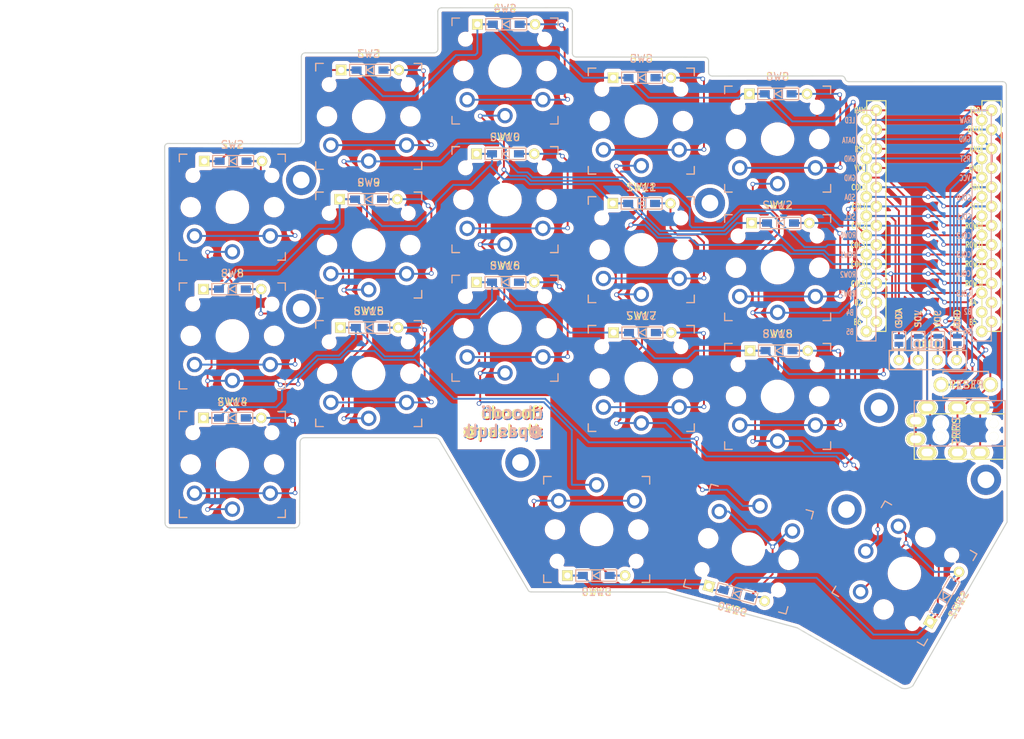
<source format=kicad_pcb>
(kicad_pcb (version 20211014) (generator pcbnew)
  (title_block (title "Corne Light") (date "2018-12-26") (rev "2.1") (company "foostan"))
  (layers (0 "F.Cu" signal) (31 "B.Cu" signal) (34 "B.Paste" user) (35 "F.Paste" user) (36 "B.SilkS" user "B.Silkscreen") (37 "F.SilkS" user "F.Silkscreen") (38 "B.Mask" user) (39 "F.Mask" user) (44 "Edge.Cuts" user))
  (net 0 "")
  (net 1 "row0")
  (net 2 "row1")
  (net 3 "Net-(D2-Pad2)")
  (net 4 "row2")
  (net 5 "Net-(D3-Pad2)")
  (net 6 "row3")
  (net 7 "Net-(D4-Pad2)")
  (net 8 "Net-(D5-Pad2)")
  (net 9 "Net-(D6-Pad2)")
  (net 10 "Net-(D8-Pad2)")
  (net 11 "Net-(D9-Pad2)")
  (net 12 "Net-(D10-Pad2)")
  (net 13 "Net-(D11-Pad2)")
  (net 14 "Net-(D12-Pad2)")
  (net 15 "Net-(D14-Pad2)")
  (net 16 "Net-(D15-Pad2)")
  (net 17 "Net-(D16-Pad2)")
  (net 18 "Net-(D17-Pad2)")
  (net 19 "Net-(D18-Pad2)")
  (net 20 "Net-(D19-Pad2)")
  (net 21 "Net-(D20-Pad2)")
  (net 22 "Net-(D21-Pad2)")
  (net 23 "GND")
  (net 24 "VCC")
  (net 25 "col0")
  (net 26 "col1")
  (net 27 "col2")
  (net 28 "col3")
  (net 29 "col4")
  (net 30 "col5")
  (net 31 "LED")
  (net 32 "data")
  (net 33 "reset")
  (net 34 "SCL")
  (net 35 "SDA")
  (net 36 "Net-(U1-Pad14)")
  (net 37 "Net-(U1-Pad13)")
  (net 38 "Net-(U1-Pad12)")
  (net 39 "Net-(U1-Pad11)")
  (net 40 "Net-(J1-PadA)")
  (net 41 "Net-(U1-Pad24)")
  (footprint "kbd:D3_TH_SMD" (layer "F.Cu") (at 86.0044 64.3128)
    (fp_text reference "D2" hide)
    (fp_text value "D" hide)
  )
  (footprint "kbd:D3_TH_SMD" (layer "F.Cu") (at 104.0892 52.2732)
    (fp_text reference "D3" hide)
    (fp_text value "D" hide)
  )
  (footprint "kbd:D3_TH_SMD" (layer "F.Cu") (at 122.0724 46.228)
    (fp_text reference "D4" hide)
    (fp_text value "D" hide)
  )
  (footprint "kbd:D3_TH_SMD" (layer "F.Cu") (at 140.0048 53.2892)
    (fp_text reference "D5" hide)
    (fp_text value "D" hide)
  )
  (footprint "kbd:D3_TH_SMD" (layer "F.Cu") (at 157.988 55.4228)
    (fp_text reference "D6" hide)
    (fp_text value "D" hide)
  )
  (footprint "kbd:D3_TH_SMD" (layer "F.Cu") (at 85.9028 81.2292)
    (fp_text reference "D8" hide)
    (fp_text value "D" hide)
  )
  (footprint "kbd:D3_TH_SMD" (layer "F.Cu") (at 103.886 69.342)
    (fp_text reference "D9" hide)
    (fp_text value "D" hide)
  )
  (footprint "kbd:D3_TH_SMD" (layer "F.Cu") (at 121.9708 63.3476)
    (fp_text reference "D10" hide)
    (fp_text value "D" hide)
  )
  (footprint "kbd:D3_TH_SMD" (layer "F.Cu") (at 139.954 69.9008)
    (fp_text reference "D11" hide)
    (fp_text value "D" hide)
  )
  (footprint "kbd:D3_TH_SMD" (layer "F.Cu") (at 158.2928 72.4916)
    (fp_text reference "D12" hide)
    (fp_text value "D" hide)
  )
  (footprint "kbd:D3_TH_SMD" (layer "F.Cu") (at 85.9028 98.2472)
    (fp_text reference "D14" hide)
    (fp_text value "D" hide)
  )
  (footprint "kbd:D3_TH_SMD" (layer "F.Cu") (at 103.9876 86.3092)
    (fp_text reference "D15" hide)
    (fp_text value "D" hide)
  )
  (footprint "kbd:D3_TH_SMD" (layer "F.Cu") (at 121.9708 80.3148)
    (fp_text reference "D16" hide)
    (fp_text value "D" hide)
  )
  (footprint "kbd:D3_TH_SMD" (layer "F.Cu") (at 140.0556 86.9696)
    (fp_text reference "D17" hide)
    (fp_text value "D" hide)
  )
  (footprint "kbd:D3_TH_SMD" (layer "F.Cu") (at 158.0896 89.3572)
    (fp_text reference "D18" hide)
    (fp_text value "D" hide)
  )
  (footprint "kbd:D3_TH_SMD" (layer "F.Cu") (at 133.9596 119.0752)
    (fp_text reference "D19" hide)
    (fp_text value "D" hide)
  )
  (footprint "kbd:D3_TH_SMD" (layer "F.Cu") (at 152.514282 121.460596 -15)
    (fp_text reference "D20" hide)
    (fp_text value "D" hide)
  )
  (footprint "kbd:D3_TH_SMD" (layer "F.Cu") (at 179.958166 121.895435 60)
    (fp_text reference "D21" hide)
    (fp_text value "D" hide)
  )
  (footprint "kbd:MJ-4PP-9" (layer "F.Cu") (at 187.96 100.711 -90)
    (fp_text reference "J1")
    (fp_text value "MJ-4PP-9" hide)
  )
  (footprint "keyswitches:SW_PG1350_reversible" (layer "F.Cu") (at 85.91 70.4)
    (fp_text reference "SW2")
    (fp_text value "SW_PUSH")
  )
  (footprint "keyswitches:SW_PG1350_reversible" (layer "F.Cu") (at 103.91 58.4)
    (fp_text reference "SW3")
    (fp_text value "SW_PUSH")
  )
  (footprint "keyswitches:SW_PG1350_reversible" (layer "F.Cu") (at 121.91 52.4)
    (fp_text reference "SW4")
    (fp_text value "SW_PUSH")
  )
  (footprint "keyswitches:SW_PG1350_reversible" (layer "F.Cu") (at 139.91 59.02)
    (fp_text reference "SW5")
    (fp_text value "SW_PUSH")
  )
  (footprint "keyswitches:SW_PG1350_reversible" (layer "F.Cu") (at 157.91 61.4)
    (fp_text reference "SW6")
    (fp_text value "SW_PUSH")
  )
  (footprint "keyswitches:SW_PG1350_reversible" (layer "F.Cu") (at 85.91 87.4)
    (fp_text reference "SW8")
    (fp_text value "SW_PUSH")
  )
  (footprint "keyswitches:SW_PG1350_reversible" (layer "F.Cu") (at 103.91 75.4)
    (fp_text reference "SW9")
    (fp_text value "SW_PUSH")
  )
  (footprint "keyswitches:SW_PG1350_reversible" (layer "F.Cu") (at 121.91 69.4)
    (fp_text reference "SW10")
    (fp_text value "SW_PUSH")
  )
  (footprint "keyswitches:SW_PG1350_reversible" (layer "F.Cu") (at 139.91 76.02)
    (fp_text reference "SW11")
    (fp_text value "SW_PUSH")
  )
  (footprint "keyswitches:SW_PG1350_reversible" (layer "F.Cu") (at 157.91 78.4)
    (fp_text reference "SW12")
    (fp_text value "SW_PUSH")
  )
  (footprint "keyswitches:SW_PG1350_reversible" (layer "F.Cu") (at 85.91 104.4)
    (fp_text reference "SW14")
    (fp_text value "SW_PUSH")
  )
  (footprint "keyswitches:SW_PG1350_reversible" (layer "F.Cu") (at 103.91 92.4)
    (fp_text reference "SW15")
    (fp_text value "SW_PUSH")
  )
  (footprint "keyswitches:SW_PG1350_reversible" (layer "F.Cu") (at 121.91 86.4)
    (fp_text reference "SW16")
    (fp_text value "SW_PUSH")
  )
  (footprint "keyswitches:SW_PG1350_reversible" (layer "F.Cu") (at 139.91 93.025)
    (fp_text reference "SW17")
    (fp_text value "SW_PUSH")
  )
  (footprint "keyswitches:SW_PG1350_reversible" (layer "F.Cu") (at 157.91 95.4)
    (fp_text reference "SW18")
    (fp_text value "SW_PUSH")
  )
  (footprint "keyswitches:SW_PG1350_reversible" (layer "F.Cu") (at 134.01 112.99 180)
    (fp_text reference "SW19")
    (fp_text value "SW_PUSH")
  )
  (footprint "keyswitches:SW_PG1350_reversible" (layer "F.Cu") (at 154.06 115.58 165)
    (fp_text reference "SW20")
    (fp_text value "SW_PUSH")
  )
  (footprint "keyswitches:SW_PG1350_reversible" (layer "F.Cu") (at 174.66 118.79 -120)
    (fp_text reference "SW21")
    (fp_text value "SW_PUSH")
  )
  (footprint "kbd:ProMicro_v2" (layer "F.Cu") (at 178.51 72.0784)
    (fp_text reference "U1" hide)
    (fp_text value "ProMicro" hide)
  )
  (footprint "foostan:Jumper" (layer "F.Cu") (at 179.07 87.9484 -90)
    (fp_text reference "JP65" hide)
    (fp_text value "VCC")
  )
  (footprint "foostan:OLED" (layer "F.Cu") (at 173.93 90.6084)
    (fp_text reference "J2")
    (fp_text value "OLED" hide)
  )
  (footprint "foostan:Jumper" (layer "F.Cu") (at 176.47 87.9684 -90)
    (fp_text reference "JP63" hide)
    (fp_text value "SCL")
  )
  (footprint "foostan:Jumper" (layer "F.Cu") (at 173.93 87.9984 -90)
    (fp_text reference "JP61" hide)
    (fp_text value " SDA")
  )
  (footprint "foostan:Jumper" (layer "F.Cu") (at 181.64 87.9388 -90)
    (fp_text reference "JP68" hide)
    (fp_text value "GND")
  )
  (footprint "kbd:ResetSW" (layer "F.Cu") (at 182.753 93.853)
    (fp_text reference "RSW1" hide)
    (fp_text value "Val**")
  )
  (footprint "kbd:LEGO_HOLE" (layer "F.Cu") (at 171.323 96.901)
    (fp_text reference "h2" hide)
    (fp_text value "h2")
  )
  (footprint "kbd:LEGO_HOLE" (layer "F.Cu") (at 185.42 106.426)
    (fp_text reference "H1" hide)
    (fp_text value "h1")
  )
  (footprint "kbd:LEGO_HOLE" (layer "F.Cu") (at 95 66.802)
    (fp_text reference "h6" hide)
    (fp_text value "h6")
  )
  (footprint "kbd:LEGO_HOLE" (layer "F.Cu") (at 148.971 69.85)
    (fp_text reference "h7" hide)
    (fp_text value "h7")
  )
  (footprint "kbd:LEGO_HOLE" (layer "F.Cu") (at 123.952 104.14)
    (fp_text reference "h4" hide)
    (fp_text value "h4")
  )
  (footprint "kbd:LEGO_HOLE" (layer "F.Cu") (at 167.005 110.363)
    (fp_text reference "h3" hide)
    (fp_text value "h3")
  )
  (footprint "kbd:LEGO_HOLE" (layer "F.Cu") (at 95 83.82)
    (fp_text reference "h5" hide)
    (fp_text value "h5")
  )
  (footprint "foostan:Jumper" (layer "B.Cu") (at 176.48 87.9784 -90)
    (fp_text reference "JP64" hide)
    (fp_text value "VCC")
  )
  (footprint "foostan:Jumper" (layer "B.Cu") (at 173.93 88.008 -90)
    (fp_text reference "JP62" hide)
    (fp_text value "GND")
  )
  (footprint "foostan:Jumper" (layer "B.Cu") (at 181.64 87.9284 -90)
    (fp_text reference "JP6" hide)
    (fp_text value " SDA")
  )
  (footprint "foostan:Jumper" (layer "B.Cu") (at 179.06 87.9484 -90)
    (fp_text reference "JP66" hide)
    (fp_text value "SCL")
  )
  (gr_line (start 187.62 53.805) (end 167.3304 53.81502) (layer "Edge.Cuts") (width 0.15))
  (gr_line (start 94.515447 62.020847) (end 77.4192 61.976) (layer "Edge.Cuts") (width 0.15))
  (gr_line (start 175.768 133.6548) (end 188.214 112.014) (layer "Edge.Cuts") (width 0.15))
  (gr_line (start 160.4772 125.984) (end 174.288668 133.9596) (layer "Edge.Cuts") (width 0.15))
  (gr_line (start 125.3744 121.240811) (end 143.1544 121.2596) (layer "Edge.Cuts") (width 0.15))
  (gr_arc (start 166.360498 53.055) (mid 166.676734 53.167708) (end 166.8504 53.45502) (layer "Edge.Cuts") (width 0.15))
  (gr_arc (start 167.3304 53.81502) (mid 167.0304 53.71502) (end 166.8504 53.45502) (layer "Edge.Cuts") (width 0.15))
  (gr_line (start 166.360498 53.055) (end 149.2932 53.06902) (layer "Edge.Cuts") (width 0.15))
  (gr_arc (start 95.015447 61.520847) (mid 94.869 61.8744) (end 94.515447 62.020847) (layer "Edge.Cuts") (width 0.15))
  (gr_arc (start 95.01712 50.50682) (mid 95.163567 50.153267) (end 95.51712 50.00682) (layer "Edge.Cuts") (width 0.15))
  (gr_line (start 130.31 44.0362) (end 113.53 44.049553) (layer "Edge.Cuts") (width 0.15))
  (gr_line (start 130.81 50.0534) (end 130.81 44.5362) (layer "Edge.Cuts") (width 0.15))
  (gr_line (start 148.2932 50.56902) (end 131.31 50.5534) (layer "Edge.Cuts") (width 0.15))
  (gr_line (start 148.7932 52.56902) (end 148.7932 51.06902) (layer "Edge.Cuts") (width 0.15))
  (gr_line (start 95.01712 50.50682) (end 95.015447 61.520847) (layer "Edge.Cuts") (width 0.15))
  (gr_line (start 112.54712 50.00682) (end 95.51712 50.00682) (layer "Edge.Cuts") (width 0.15))
  (gr_line (start 113.03 44.549553) (end 113.04712 49.50682) (layer "Edge.Cuts") (width 0.15))
  (gr_arc (start 113.04712 49.50682) (mid 112.900673 49.860373) (end 112.54712 50.00682) (layer "Edge.Cuts") (width 0.15))
  (gr_arc (start 113.03 44.549553) (mid 113.176447 44.196) (end 113.53 44.049553) (layer "Edge.Cuts") (width 0.15))
  (gr_arc (start 130.31 44.0362) (mid 130.663553 44.182647) (end 130.81 44.5362) (layer "Edge.Cuts") (width 0.15))
  (gr_arc (start 131.31 50.5534) (mid 130.956447 50.406953) (end 130.81 50.0534) (layer "Edge.Cuts") (width 0.15))
  (gr_arc (start 148.2932 50.56902) (mid 148.646753 50.715467) (end 148.7932 51.06902) (layer "Edge.Cuts") (width 0.15))
  (gr_arc (start 149.2932 53.06902) (mid 148.939647 52.922573) (end 148.7932 52.56902) (layer "Edge.Cuts") (width 0.15))
  (gr_arc (start 187.62 53.805) (mid 187.973553 53.951447) (end 188.12 54.305) (layer "Edge.Cuts") (width 0.15))
  (gr_line (start 95.4532 100.862652) (end 112.6236 100.862652) (layer "Edge.Cuts") (width 0.15))
  (gr_line (start 94.7928 110.744) (end 94.8436 101.472252) (layer "Edge.Cuts") (width 0.15))
  (gr_arc (start 112.6236 100.862652) (mid 113.02279 100.980057) (end 113.294857 101.294883) (layer "Edge.Cuts") (width 0.15))
  (gr_arc (start 125.3744 121.240811) (mid 125.184464 121.206306) (end 125.0188 121.1072) (layer "Edge.Cuts") (width 0.15))
  (gr_arc (start 175.768 133.6548) (mid 175.064863 133.984494) (end 174.288668 133.959599) (layer "Edge.Cuts") (width 0.15))
  (gr_line (start 77.0128 93.7768) (end 77.0128 110.744) (layer "Edge.Cuts") (width 0.15))
  (gr_line (start 76.962 62.4332) (end 77.0128 76.708) (layer "Edge.Cuts") (width 0.15))
  (gr_line (start 188.12 54.305) (end 188.214 112.014) (layer "Edge.Cuts") (width 0.15))
  (gr_line (start 94.7928 112.1156) (end 94.7928 110.744) (layer "Edge.Cuts") (width 0.15))
  (gr_arc (start 94.8436 101.472252) (mid 95.022148 101.0412) (end 95.4532 100.862652) (layer "Edge.Cuts") (width 0.15))
  (gr_arc (start 94.7928 112.1156) (mid 94.599373 112.582573) (end 94.1324 112.776) (layer "Edge.Cuts") (width 0.15))
  (gr_line (start 77.0128 112.1156) (end 77.0128 110.744) (layer "Edge.Cuts") (width 0.15))
  (gr_line (start 77.0128 76.708) (end 77.0128 93.7768) (layer "Edge.Cuts") (width 0.15))
  (gr_line (start 113.294857 101.294883) (end 125.0188 121.1072) (layer "Edge.Cuts") (width 0.15))
  (gr_arc (start 76.962 62.4332) (mid 77.095911 62.109911) (end 77.4192 61.976) (layer "Edge.Cuts") (width 0.15))
  (gr_line (start 77.6732 112.776) (end 94.1324 112.776) (layer "Edge.Cuts") (width 0.15))
  (gr_line (start 143.1544 121.2596) (end 160.4772 125.984) (layer "Edge.Cuts") (width 0.15))
  (gr_arc (start 77.6732 112.776) (mid 77.206227 112.582573) (end 77.0128 112.1156) (layer "Edge.Cuts") (width 0.15))
  (gr_text "chocofi\n@pashutk" (at 127.24 98.89) (layer "F.Cu") (effects (font (size 1.5 1.5) (thickness 0.3)) (justify right)))
  (gr_text "chocofi\n@pashutk" (at 127.25 98.89) (layer "B.Cu") (effects (font (size 1.5 1.5) (thickness 0.3)) (justify left mirror)))
  (gr_text "chocofi\n@pashutk" (at 127.13 98.75) (layer "B.SilkS") (effects (font (size 1.5 1.5) (thickness 0.3)) (justify left mirror)))
  (gr_text "chocofi\n@pashutk" (at 127.12 98.75) (layer "F.SilkS") (effects (font (size 1.5 1.5) (thickness 0.3)) (justify right)))
  (segment (start 96.52 53.6448) (end 97.8916 52.2732) (width 0.25) (layer "F.Cu") (net 1))
  (segment (start 118.2624 46.228) (end 120.2974 46.228) (width 0.25) (layer "F.Cu") (net 1))
  (segment (start 154.178 55.4228) (end 156.213 55.4228) (width 0.25) (layer "F.Cu") (net 1))
  (segment (start 138.2298 53.2892) (end 136.1948 53.2892) (width 0.25) (layer "F.Cu") (net 1))
  (segment (start 85.5502 62.992) (end 84.2294 64.3128) (width 0.25) (layer "F.Cu") (net 1))
  (segment (start 167.894 56.515) (end 168.0972 56.7182) (width 0.25) (layer "F.Cu") (net 1))
  (segment (start 183.598 72.8404) (end 182.328 74.1104) (width 0.25) (layer "F.Cu") (net 1))
  (segment (start 168.0972 72.5876) (end 169.62 74.1104) (width 0.25) (layer "F.Cu") (net 1))
  (segment (start 102.3142 52.2732) (end 100.2792 52.2732) (width 0.25) (layer "F.Cu") (net 1))
  (segment (start 96.52 53.6448) (end 96.52 61.849) (width 0.25) (layer "F.Cu") (net 1))
  (segment (start 95.377 62.992) (end 85.5502 62.992) (width 0.25) (layer "F.Cu") (net 1))
  (segment (start 97.8916 52.2732) (end 100.2792 52.2732) (width 0.25) (layer "F.Cu") (net 1))
  (segment (start 96.52 61.849) (end 95.377 62.992) (width 0.25) (layer "F.Cu") (net 1))
  (segment (start 186.1664 72.8404) (end 183.598 72.8404) (width 0.25) (layer "F.Cu") (net 1))
  (segment (start 168.0972 56.7182) (end 168.0972 72.5876) (width 0.25) (layer "F.Cu") (net 1))
  (segment (start 84.2294 64.3128) (end 82.1944 64.3128) (width 0.25) (layer "F.Cu") (net 1))
  (segment (start 182.328 74.1104) (end 177.8 74.1104) (width 0.25) (layer "F.Cu") (net 1))
  (via (at 177.8 74.1104) (size 0.6) (drill 0.4) (layers "F.Cu" "B.Cu") (net 1))
  (via (at 167.894 56.515) (size 0.6) (drill 0.4) (layers "F.Cu" "B.Cu") (net 1))
  (segment (start 102.3142 52.2732) (end 100.2792 52.2732) (width 0.25) (layer "B.Cu") (net 1))
  (segment (start 128.7272 49.7332) (end 132.2832 53.2892) (width 0.25) (layer "B.Cu") (net 1))
  (segment (start 140.8714 55.9308) (end 138.2298 53.2892) (width 0.25) (layer "B.Cu") (net 1))
  (segment (start 152.7215 55.9308) (end 140.8714 55.9308) (width 0.25) (layer "B.Cu") (net 1))
  (segment (start 159.8452 59.055) (end 156.213 55.4228) (width 0.25) (layer "B.Cu") (net 1))
  (segment (start 120.2974 46.228) (end 118.2624 46.228) (width 0.25) (layer "B.Cu") (net 1))
  (segment (start 153.2295 55.4228) (end 152.7215 55.9308) (width 0.25) (layer "B.Cu") (net 1))
  (segment (start 165.354 59.055) (end 159.8452 59.055) (width 0.25) (layer "B.Cu") (net 1))
  (segment (start 118.2624 46.228) (end 118.2624 50.0126) (width 0.25) (layer "B.Cu") (net 1))
  (segment (start 123.8026 49.7332) (end 128.7272 49.7332) (width 0.25) (layer "B.Cu") (net 1))
  (segment (start 154.178 55.4228) (end 153.2295 55.4228) (width 0.25) (layer "B.Cu") (net 1))
  (segment (start 84.2294 64.3128) (end 82.1944 64.3128) (width 0.25) (layer "B.Cu") (net 1))
  (segment (start 118.2624 50.0126) (end 117.983 50.292) (width 0.25) (layer "B.Cu") (net 1))
  (segment (start 132.2832 53.2892) (end 136.1948 53.2892) (width 0.25) (layer "B.Cu") (net 1))
  (segment (start 105.7686 55.7276) (end 102.3142 52.2732) (width 0.25) (layer "B.Cu") (net 1))
  (segment (start 169.62 74.1104) (end 177.8 74.1104) (width 0.25) (layer "B.Cu") (net 1))
  (segment (start 138.2298 53.2892) (end 136.1948 53.2892) (width 0.25) (layer "B.Cu") (net 1))
  (segment (start 117.983 50.292) (end 115.443 50.292) (width 0.25) (layer "B.Cu") (net 1))
  (segment (start 110.0074 55.7276) (end 105.7686 55.7276) (width 0.25) (layer "B.Cu") (net 1))
  (segment (start 115.443 50.292) (end 110.0074 55.7276) (width 0.25) (layer "B.Cu") (net 1))
  (segment (start 156.213 55.4228) (end 154.178 55.4228) (width 0.25) (layer "B.Cu") (net 1))
  (segment (start 120.2974 46.228) (end 123.8026 49.7332) (width 0.25) (layer "B.Cu") (net 1))
  (segment (start 167.894 56.515) (end 165.354 59.055) (width 0.25) (layer "B.Cu") (net 1))
  (segment (start 186.1664 75.3804) (end 183.852 75.3804) (width 0.25) (layer "F.Cu") (net 2))
  (segment (start 182.582 76.6504) (end 177.8 76.6504) (width 0.25) (layer "F.Cu") (net 2))
  (segment (start 138.179 69.9008) (end 136.144 69.9008) (width 0.25) (layer "F.Cu") (net 2))
  (segment (start 183.852 75.3804) (end 182.582 76.6504) (width 0.25) (layer "F.Cu") (net 2))
  (segment (start 102.111 69.342) (end 100.076 69.342) (width 0.25) (layer "F.Cu") (net 2))
  (segment (start 120.1958 63.3476) (end 118.1608 63.3476) (width 0.25) (layer "F.Cu") (net 2))
  (segment (start 84.1278 81.2292) (end 82.0928 81.2292) (width 0.25) (layer "F.Cu") (net 2))
  (segment (start 156.5178 72.4916) (end 154.4828 72.4916) (width 0.25) (layer "F.Cu") (net 2))
  (via (at 177.8 76.6504) (size 0.6) (drill 0.4) (layers "F.Cu" "B.Cu") (net 2))
  (segment (start 164.071887 76.110969) (end 164.668918 76.708) (width 0.25) (layer "B.Cu") (net 2))
  (segment (start 138.179 69.9008) (end 136.144 69.9008) (width 0.25) (layer "B.Cu") (net 2))
  (segment (start 115.062 67.4624) (end 112.776 69.7484) (width 0.25) (layer "B.Cu") (net 2))
  (segment (start 120.1958 63.3476) (end 120.1958 64.6146) (width 0.25) (layer "B.Cu") (net 2))
  (segment (start 169.62 76.6504) (end 177.8 76.6504) (width 0.25) (layer "B.Cu") (net 2))
  (segment (start 86.5662 78.7908) (end 91.8464 78.7908) (width 0.25) (layer "B.Cu") (net 2))
  (segment (start 160.137169 76.110969) (end 164.071887 76.110969) (width 0.25) (layer "B.Cu") (net 2))
  (segment (start 100.076 72.644) (end 100.076 69.342) (width 0.25) (layer "B.Cu") (net 2))
  (segment (start 102.111 69.342) (end 100.076 69.342) (width 0.25) (layer "B.Cu") (net 2))
  (segment (start 121.7168 66.7004) (end 119.9134 64.897) (width 0.25) (layer "B.Cu") (net 2))
  (segment (start 97.3836 73.2536) (end 99.4664 73.2536) (width 0.25) (layer "B.Cu") (net 2))
  (segment (start 112.776 69.7484) (end 112.776 70.358) (width 0.25) (layer "B.Cu") (net 2))
  (segment (start 154.4828 72.4916) (end 152.5524 72.4916) (width 0.25) (layer "B.Cu") (net 2))
  (segment (start 110.236 72.898) (end 105.667 72.898) (width 0.25) (layer "B.Cu") (net 2))
  (segment (start 133.59632 67.35312) (end 125.16352 67.35312) (width 0.25) (layer "B.Cu") (net 2))
  (segment (start 84.1278 81.2292) (end 86.5662 78.7908) (width 0.25) (layer "B.Cu") (net 2))
  (segment (start 136.144 69.9008) (end 133.59632 67.35312) (width 0.25) (layer "B.Cu") (net 2))
  (segment (start 119.9134 64.897) (end 117.348 67.4624) (width 0.25) (layer "B.Cu") (net 2))
  (segment (start 151.07152 73.97248) (end 142.25068 73.97248) (width 0.25) (layer "B.Cu") (net 2))
  (segment (start 112.776 70.358) (end 110.236 72.898) (width 0.25) (layer "B.Cu") (net 2))
  (segment (start 120.1958 64.6146) (end 119.9134 64.897) (width 0.25) (layer "B.Cu") (net 2))
  (segment (start 105.667 72.898) (end 102.111 69.342) (width 0.25) (layer "B.Cu") (net 2))
  (segment (start 99.4664 73.2536) (end 100.076 72.644) (width 0.25) (layer "B.Cu") (net 2))
  (segment (start 169.5624 76.708) (end 169.62 76.6504) (width 0.25) (layer "B.Cu") (net 2))
  (segment (start 91.8464 78.7908) (end 97.3836 73.2536) (width 0.25) (layer "B.Cu") (net 2))
  (segment (start 156.5178 72.4916) (end 154.4828 72.4916) (width 0.25) (layer "B.Cu") (net 2))
  (segment (start 125.16352 67.35312) (end 124.5108 66.7004) (width 0.25) (layer "B.Cu") (net 2))
  (segment (start 142.25068 73.97248) (end 138.179 69.9008) (width 0.25) (layer "B.Cu") (net 2))
  (segment (start 120.1958 63.3476) (end 118.1608 63.3476) (width 0.25) (layer "B.Cu") (net 2))
  (segment (start 124.5108 66.7004) (end 121.7168 66.7004) (width 0.25) (layer "B.Cu") (net 2))
  (segment (start 152.5524 72.4916) (end 151.07152 73.97248) (width 0.25) (layer "B.Cu") (net 2))
  (segment (start 84.1278 81.2292) (end 82.0928 81.2292) (width 0.25) (layer "B.Cu") (net 2))
  (segment (start 156.5178 72.4916) (end 160.137169 76.110969) (width 0.25) (layer "B.Cu") (net 2))
  (segment (start 117.348 67.4624) (end 115.062 67.4624) (width 0.25) (layer "B.Cu") (net 2))
  (segment (start 164.668918 76.708) (end 169.5624 76.708) (width 0.25) (layer "B.Cu") (net 2))
  (segment (start 89.662 66.294) (end 89.662 64.4652) (width 0.25) (layer "F.Cu") (net 3))
  (segment (start 93.726 70.358) (end 89.662 66.294) (width 0.25) (layer "F.Cu") (net 3))
  (segment (start 93.726 73.691) (end 93.726 70.358) (width 0.25) (layer "F.Cu") (net 3))
  (segment (start 94.185 74.15) (end 93.726 73.691) (width 0.25) (layer "F.Cu") (net 3))
  (segment (start 89.662 64.4652) (end 89.8144 64.3128) (width 0.25) (layer "F.Cu") (net 3))
  (segment (start 87.7794 64.3128) (end 89.8144 64.3128) (width 0.25) (layer "F.Cu") (net 3))
  (via (at 94.185 74.15) (size 0.6) (drill 0.4) (layers "F.Cu" "B.Cu") (net 3))
  (segment (start 94.135 74.2) (end 94.185 74.15) (width 0.25) (layer "B.Cu") (net 3))
  (segment (start 80.91 74.2) (end 94.135 74.2) (width 0.25) (layer "B.Cu") (net 3))
  (segment (start 87.7794 64.3128) (end 89.8144 64.3128) (width 0.25) (layer "B.Cu") (net 3))
  (segment (start 156.3146 89.3572) (end 154.2796 89.3572) (width 0.25) (layer "F.Cu") (net 4))
  (segment (start 173.03047 79.36538) (end 172.85549 79.1904) (width 0.25) (layer "F.Cu") (net 4))
  (segment (start 182.836 79.1904) (end 177.8 79.1904) (width 0.25) (layer "F.Cu") (net 4))
  (segment (start 171.9072 87.025482) (end 173.03047 85.902212) (width 0.25) (layer "F.Cu") (net 4))
  (segment (start 84.1278 98.2472) (end 82.0928 98.2472) (width 0.25) (layer "F.Cu") (net 4))
  (segment (start 184.106 77.9204) (end 182.836 79.1904) (width 0.25) (layer "F.Cu") (net 4))
  (segment (start 138.2806 86.9696) (end 136.2456 86.9696) (width 0.25) (layer "F.Cu") (net 4))
  (segment (start 171.9072 92.456) (end 171.9072 87.025482) (width 0.25) (layer "F.Cu") (net 4))
  (segment (start 186.1664 77.9204) (end 184.106 77.9204) (width 0.25) (layer "F.Cu") (net 4))
  (segment (start 120.1958 80.3148) (end 118.1608 80.3148) (width 0.25) (layer "F.Cu") (net 4))
  (segment (start 173.03047 85.902212) (end 173.03047 79.36538) (width 0.25) (layer "F.Cu") (net 4))
  (segment (start 102.2126 86.3092) (end 100.1776 86.3092) (width 0.25) (layer "F.Cu") (net 4))
  (via (at 171.9072 92.456) (size 0.6) (drill 0.4) (layers "F.Cu" "B.Cu") (net 4))
  (via (at 172.85549 79.1904) (size 0.6) (drill 0.4) (layers "F.Cu" "B.Cu") (net 4))
  (via (at 177.8 79.1904) (size 0.6) (drill 0.4) (layers "F.Cu" "B.Cu") (net 4))
  (segment (start 97.0788 90.0176) (end 92.456 94.6404) (width 0.25) (layer "B.Cu") (net 4))
  (segment (start 102.2126 87.7794) (end 99.9744 90.0176) (width 0.25) (layer "B.Cu") (net 4))
  (segment (start 138.2806 86.9696) (end 136.2456 86.9696) (width 0.25) (layer "B.Cu") (net 4))
  (segment (start 92.456 94.6404) (end 92.456 96.0628) (width 0.25) (layer "B.Cu") (net 4))
  (segment (start 130.4544 86.9696) (end 126.9492 83.4644) (width 0.25) (layer "B.Cu") (net 4))
  (segment (start 123.3454 83.4644) (end 120.1958 80.3148) (width 0.25) (layer "B.Cu") (net 4))
  (segment (start 102.2126 86.3092) (end 102.2126 87.7794) (width 0.25) (layer "B.Cu") (net 4))
  (segment (start 159.4134 92.456) (end 171.9072 92.456) (width 0.25) (layer "B.Cu") (net 4))
  (segment (start 145.9992 90.3732) (end 141.6842 90.3732) (width 0.25) (layer "B.Cu") (net 4))
  (segment (start 109.8296 90.1192) (end 106.0226 90.1192) (width 0.25) (layer "B.Cu") (net 4))
  (segment (start 85.5502 96.8248) (end 84.1278 98.2472) (width 0.25) (layer "B.Cu") (net 4))
  (segment (start 120.1958 80.3148) (end 118.1608 80.3148) (width 0.25) (layer "B.Cu") (net 4))
  (segment (start 141.6842 90.3732) (end 138.2806 86.9696) (width 0.25) (layer "B.Cu") (net 4))
  (segment (start 120.1958 82.6486) (end 118.3132 84.5312) (width 0.25) (layer "B.Cu") (net 4))
  (segment (start 99.9744 90.0176) (end 97.0788 90.0176) (width 0.25) (layer "B.Cu") (net 4))
  (segment (start 92.456 96.0628) (end 91.694 96.8248) (width 0.25) (layer "B.Cu") (net 4))
  (segment (start 84.1278 98.2472) (end 82.0928 98.2472) (width 0.25) (layer "B.Cu") (net 4))
  (segment (start 91.694 96.8248) (end 85.5502 96.8248) (width 0.25) (layer "B.Cu") (net 4))
  (segment (start 115.4176 84.5312) (end 109.8296 90.1192) (width 0.25) (layer "B.Cu") (net 4))
  (segment (start 169.62 79.1904) (end 177.8 79.1904) (width 0.25) (layer "B.Cu") (net 4))
  (segment (start 118.3132 84.5312) (end 115.4176 84.5312) (width 0.25) (layer "B.Cu") (net 4))
  (segment (start 156.3146 89.3572) (end 154.2796 89.3572) (width 0.25) (layer "B.Cu") (net 4))
  (segment (start 136.2456 86.9696) (end 130.4544 86.9696) (width 0.25) (layer "B.Cu") (net 4))
  (segment (start 156.3146 89.3572) (end 159.4134 92.456) (width 0.25) (layer "B.Cu") (net 4))
  (segment (start 120.1958 80.3148) (end 120.1958 82.6486) (width 0.25) (layer "B.Cu") (net 4))
  (segment (start 147.0152 89.3572) (end 145.9992 90.3732) (width 0.25) (layer "B.Cu") (net 4))
  (segment (start 154.2796 89.3572) (end 147.0152 89.3572) (width 0.25) (layer "B.Cu") (net 4))
  (segment (start 102.2126 86.3092) (end 100.1776 86.3092) (width 0.25) (layer "B.Cu") (net 4))
  (segment (start 126.9492 83.4644) (end 123.3454 83.4644) (width 0.25) (layer "B.Cu") (net 4))
  (segment (start 106.0226 90.1192) (end 102.2126 86.3092) (width 0.25) (layer "B.Cu") (net 4))
  (segment (start 111.1504 61.1154) (end 112.185 62.15) (width 0.25) (layer "F.Cu") (net 5))
  (segment (start 105.8642 52.2732) (end 107.8992 52.2732) (width 0.25) (layer "F.Cu") (net 5))
  (segment (start 111.1504 52.3748) (end 111.1504 61.1154) (width 0.25) (layer "F.Cu") (net 5))
  (via (at 112.185 62.15) (size 0.6) (drill 0.4) (layers "F.Cu" "B.Cu") (net 5))
  (via (at 111.1504 52.3748) (size 0.6) (drill 0.4) (layers "F.Cu" "B.Cu") (net 5))
  (segment (start 105.8642 52.2732) (end 107.8992 52.2732) (width 0.25) (layer "B.Cu") (net 5))
  (segment (start 98.91 62.2) (end 112.135 62.2) (width 0.25) (layer "B.Cu") (net 5))
  (segment (start 112.135 62.2) (end 112.185 62.15) (width 0.25) (layer "B.Cu") (net 5))
  (segment (start 107.8992 52.2732) (end 111.0488 52.2732) (width 0.25) (layer "B.Cu") (net 5))
  (segment (start 111.0488 52.2732) (end 111.1504 52.3748) (width 0.25) (layer "B.Cu") (net 5))
  (segment (start 185.983401 80.643399) (end 186.1664 80.4604) (width 0.25) (layer "F.Cu") (net 6))
  (segment (start 183.923001 80.643399) (end 185.983401 80.643399) (width 0.25) (layer "F.Cu") (net 6))
  (segment (start 177.8 81.7304) (end 182.836 81.7304) (width 0.25) (layer "F.Cu") (net 6))
  (segment (start 180.975 101.092) (end 179.7812 102.2858) (width 0.25) (layer "F.Cu") (net 6))
  (segment (start 180.975 98.679) (end 180.975 101.092) (width 0.25) (layer "F.Cu") (net 6))
  (segment (start 179.7812 102.2858) (end 179.7812 112.776) (width 0.25) (layer "F.Cu") (net 6))
  (segment (start 179.8828 95.9612) (end 179.8828 97.5868) (width 0.25) (layer "F.Cu") (net 6))
  (segment (start 150.799764 121.001192) (end 149.360802 121.001192) (width 0.25) (layer "F.Cu") (net 6))
  (segment (start 179.7812 112.776) (end 179.197 113.3602) (width 0.25) (layer "F.Cu") (net 6))
  (segment (start 182.836 81.7304) (end 183.923001 80.643399) (width 0.25) (layer "F.Cu") (net 6))
  (segment (start 179.070666 124.177492) (end 178.053166 125.194992) (width 0.25) (layer "F.Cu") (net 6))
  (segment (start 179.197 119.634) (end 179.070666 119.760334) (width 0.25) (layer "F.Cu") (net 6))
  (segment (start 179.197 113.3602) (end 179.197 119.634) (width 0.25) (layer "F.Cu") (net 6))
  (segment (start 149.360802 121.001192) (end 148.834105 120.474495) (width 0.25) (layer "F.Cu") (net 6))
  (segment (start 183.642 92.202) (end 179.8828 95.9612) (width 0.25) (layer "F.Cu") (net 6))
  (segment (start 179.070666 123.43263) (end 179.070666 124.177492) (width 0.25) (layer "F.Cu") (net 6))
  (segment (start 179.8828 97.5868) (end 180.975 98.679) (width 0.25) (layer "F.Cu") (net 6))
  (segment (start 132.1846 119.0752) (end 130.1496 119.0752) (width 0.25) (layer "F.Cu") (net 6))
  (segment (start 179.070666 119.760334) (end 179.070666 123.43263) (width 0.25) (layer "F.Cu") (net 6))
  (segment (start 183.642 91.186) (end 183.642 92.202) (width 0.25) (layer "F.Cu") (net 6))
  (via (at 183.0324 81.534) (size 0.6) (drill 0.4) (layers "F.Cu" "B.Cu") (net 6))
  (via (at 177.8 81.7304) (size 0.6) (drill 0.4) (layers "F.Cu" "B.Cu") (net 6))
  (via (at 183.642 91.186) (size 0.6) (drill 0.4) (layers "F.Cu" "B.Cu") (net 6))
  (segment (start 133.353 120.2436) (end 132.1846 119.0752) (width 0.25) (layer "B.Cu") (net 6))
  (segment (start 178.053166 124.45013) (end 179.070666 123.43263) (width 0.25) (layer "B.Cu") (net 6))
  (segment (start 152.420956 119.38) (end 163.068 119.38) (width 0.25) (layer "B.Cu") (net 6))
  (segment (start 169.62 81.7304) (end 177.8 81.7304) (width 0.25) (layer "B.Cu") (net 6))
  (segment (start 176.403 126.873) (end 178.053166 125.222834) (width 0.25) (layer "B.Cu") (net 6))
  (segment (start 183.5912 91.1352) (end 183.642 91.186) (width 0.25) (layer "B.Cu") (net 6))
  (segment (start 150.799764 121.001192) (end 149.360802 121.001192) (width 0.25) (layer "B.Cu") (net 6))
  (segment (start 183.0324 86.2584) (end 183.5912 86.8172) (width 0.25) (layer "B.Cu") (net 6))
  (segment (start 170.561 126.873) (end 176.403 126.873) (width 0.25) (layer "B.Cu") (net 6))
  (segment (start 178.053166 125.194992) (end 178.053166 124.45013) (width 0.25) (layer "B.Cu") (net 6))
  (segment (start 150.799764 121.001192) (end 152.420956 119.38) (width 0.25) (layer "B.Cu") (net 6))
  (segment (start 149.360802 121.001192) (end 148.834105 120.474495) (width 0.25) (layer "B.Cu") (net 6))
  (segment (start 148.834105 120.474495) (end 148.60321 120.2436) (width 0.25) (layer "B.Cu") (net 6))
  (segment (start 148.60321 120.2436) (end 133.353 120.2436) (width 0.25) (layer "B.Cu") (net 6))
  (segment (start 132.1846 119.0752) (end 130.1496 119.0752) (width 0.25) (layer "B.Cu") (net 6))
  (segment (start 163.068 119.38) (end 170.561 126.873) (width 0.25) (layer "B.Cu") (net 6))
  (segment (start 183.0324 81.534) (end 183.0324 86.2584) (width 0.25) (layer "B.Cu") (net 6))
  (segment (start 178.053166 125.222834) (end 178.053166 125.194992) (width 0.25) (layer "B.Cu") (net 6))
  (segment (start 183.5912 86.8172) (end 183.5912 91.1352) (width 0.25) (layer "B.Cu") (net 6))
  (segment (start 129.794 46.736) (end 129.794 55.759) (width 0.25) (layer "F.Cu") (net 7))
  (segment (start 129.794 55.759) (end 130.185 56.15) (width 0.25) (layer "F.Cu") (net 7))
  (segment (start 129.3876 46.3296) (end 129.794 46.736) (width 0.25) (layer "F.Cu") (net 7))
  (segment (start 123.8474 46.228) (end 125.8824 46.228) (width 0.25) (layer "F.Cu") (net 7))
  (via (at 129.3876 46.3296) (size 0.6) (drill 0.4) (layers "F.Cu" "B.Cu") (net 7))
  (via (at 130.185 56.15) (size 0.6) (drill 0.4) (layers "F.Cu" "B.Cu") (net 7))
  (segment (start 129.3876 46.3296) (end 129.286 46.228) (width 0.25) (layer "B.Cu") (net 7))
  (segment (start 130.135 56.2) (end 130.185 56.15) (width 0.25) (layer "B.Cu") (net 7))
  (segment (start 125.8824 46.228) (end 123.8474 46.228) (width 0.25) (layer "B.Cu") (net 7))
  (segment (start 129.286 46.228) (end 125.8824 46.228) (width 0.25) (layer "B.Cu") (net 7))
  (segment (start 116.91 56.2) (end 130.135 56.2) (width 0.25) (layer "B.Cu") (net 7))
  (segment (start 148.185 53.5954) (end 148.185 62.77) (width 0.25) (layer "F.Cu") (net 8))
  (segment (start 148.0312 53.4416) (end 148.185 53.5954) (width 0.25) (layer "F.Cu") (net 8))
  (segment (start 141.7798 53.2892) (end 143.8148 53.2892) (width 0.25) (layer "F.Cu") (net 8))
  (via (at 148.0312 53.4416) (size 0.6) (drill 0.4) (layers "F.Cu" "B.Cu") (net 8))
  (via (at 148.185 62.77) (size 0.6) (drill 0.4) (layers "F.Cu" "B.Cu") (net 8))
  (segment (start 147.8788 53.2892) (end 148.0312 53.4416) (width 0.25) (layer "B.Cu") (net 8))
  (segment (start 143.8148 53.2892) (end 147.8788 53.2892) (width 0.25) (layer "B.Cu") (net 8))
  (segment (start 134.91 62.82) (end 148.135 62.82) (width 0.25) (layer "B.Cu") (net 8))
  (segment (start 148.135 62.82) (end 148.185 62.77) (width 0.25) (layer "B.Cu") (net 8))
  (segment (start 141.7798 53.2892) (end 143.8148 53.2892) (width 0.25) (layer "B.Cu") (net 8))
  (segment (start 166.185 55.5934) (end 166.116 55.5244) (width 0.25) (layer "F.Cu") (net 9))
  (segment (start 159.763 55.4228) (end 161.798 55.4228) (width 0.25) (layer "F.Cu") (net 9))
  (segment (start 166.185 65.15) (end 166.185 55.5934) (width 0.25) (layer "F.Cu") (net 9))
  (via (at 166.116 55.5244) (size 0.6) (drill 0.4) (layers "F.Cu" "B.Cu") (net 9))
  (via (at 166.185 65.15) (size 0.6) (drill 0.4) (layers "F.Cu" "B.Cu") (net 9))
  (segment (start 152.91 65.2) (end 166.135 65.2) (width 0.25) (layer "B.Cu") (net 9))
  (segment (start 166.0144 55.4228) (end 161.798 55.4228) (width 0.25) (layer "B.Cu") (net 9))
  (segment (start 166.116 55.5244) (end 166.0144 55.4228) (width 0.25) (layer "B.Cu") (net 9))
  (segment (start 166.135 65.2) (end 166.185 65.15) (width 0.25) (layer "B.Cu") (net 9))
  (segment (start 161.798 55.4228) (end 159.763 55.4228) (width 0.25) (layer "B.Cu") (net 9))
  (segment (start 87.6778 81.2292) (end 89.7128 81.2292) (width 0.25) (layer "F.Cu") (net 10))
  (segment (start 94.185 87.708) (end 94.185 91.15) (width 0.25) (layer "F.Cu") (net 10))
  (segment (start 90.932 84.455) (end 94.185 87.708) (width 0.25) (layer "F.Cu") (net 10))
  (segment (start 89.662 84.455) (end 90.932 84.455) (width 0.25) (layer "F.Cu") (net 10))
  (via (at 94.185 91.15) (size 0.6) (drill 0.4) (layers "F.Cu" "B.Cu") (net 10))
  (via (at 89.662 84.455) (size 0.6) (drill 0.4) (layers "F.Cu" "B.Cu") (net 10))
  (segment (start 90.91 91.2) (end 90.86 91.15) (width 0.25) (layer "B.Cu") (net 10))
  (segment (start 87.6778 81.2292) (end 89.7128 81.2292) (width 0.25) (layer "B.Cu") (net 10))
  (segment (start 81.01 91.2) (end 90.91 91.2) (width 0.25) (layer "B.Cu") (net 10))
  (segment (start 89.662 81.28) (end 89.7128 81.2292) (width 0.25) (layer "B.Cu") (net 10))
  (segment (start 90.86 91.15) (end 94.185 91.15) (width 0.25) (layer "B.Cu") (net 10))
  (segment (start 80.96 91.15) (end 81.01 91.2) (width 0.25) (layer "B.Cu") (net 10))
  (segment (start 89.662 84.455) (end 89.662 81.28) (width 0.25) (layer "B.Cu") (net 10))
  (segment (start 111.76 70.2056) (end 112.185 70.6306) (width 0.25) (layer "F.Cu") (net 11))
  (segment (start 105.661 69.342) (end 107.696 69.342) (width 0.25) (layer "F.Cu") (net 11))
  (segment (start 112.185 70.6306) (end 112.185 79.15) (width 0.25) (layer "F.Cu") (net 11))
  (via (at 112.185 79.15) (size 0.6) (drill 0.4) (layers "F.Cu" "B.Cu") (net 11))
  (via (at 111.76 70.2056) (size 0.6) (drill 0.4) (layers "F.Cu" "B.Cu") (net 11))
  (segment (start 112.135 79.2) (end 112.185 79.15) (width 0.25) (layer "B.Cu") (net 11))
  (segment (start 110.8964 69.342) (end 111.76 70.2056) (width 0.25) (layer "B.Cu") (net 11))
  (segment (start 107.696 69.342) (end 105.661 69.342) (width 0.25) (layer "B.Cu") (net 11))
  (segment (start 98.91 79.2) (end 112.135 79.2) (width 0.25) (layer "B.Cu") (net 11))
  (segment (start 107.696 69.342) (end 110.8964 69.342) (width 0.25) (layer "B.Cu") (net 11))
  (segment (start 130.185 64.3482) (end 130.185 73.15) (width 0.25) (layer "F.Cu") (net 12))
  (segment (start 123.7458 63.3476) (end 125.7808 63.3476) (width 0.25) (layer "F.Cu") (net 12))
  (segment (start 129.4892 63.6524) (end 130.185 64.3482) (width 0.25) (layer "F.Cu") (net 12))
  (via (at 130.185 73.15) (size 0.6) (drill 0.4) (layers "F.Cu" "B.Cu") (net 12))
  (via (at 129.4892 63.6524) (size 0.6) (drill 0.4) (layers "F.Cu" "B.Cu") (net 12))
  (segment (start 125.7808 63.3476) (end 129.1844 63.3476) (width 0.25) (layer "B.Cu") (net 12))
  (segment (start 130.135 73.2) (end 130.185 73.15) (width 0.25) (layer "B.Cu") (net 12))
  (segment (start 116.91 73.2) (end 130.135 73.2) (width 0.25) (layer "B.Cu") (net 12))
  (segment (start 123.7458 63.3476) (end 125.7808 63.3476) (width 0.25) (layer "B.Cu") (net 12))
  (segment (start 129.1844 63.3476) (end 129.4892 63.6524) (width 0.25) (layer "B.Cu") (net 12))
  (segment (start 143.764 69.9008) (end 143.764 73.152) (width 0.25) (layer "F.Cu") (net 13))
  (segment (start 148.185 75.033) (end 148.185 79.77) (width 0.25) (layer "F.Cu") (net 13))
  (segment (start 144.653 74.041) (end 147.193 74.041) (width 0.25) (layer "F.Cu") (net 13))
  (segment (start 147.193 74.041) (end 148.185 75.033) (width 0.25) (layer "F.Cu") (net 13))
  (segment (start 143.764 73.152) (end 144.653 74.041) (width 0.25) (layer "F.Cu") (net 13))
  (segment (start 141.729 69.9008) (end 143.764 69.9008) (width 0.25) (layer "F.Cu") (net 13))
  (via (at 148.185 79.77) (size 0.6) (drill 0.4) (layers "F.Cu" "B.Cu") (net 13))
  (segment (start 148.135 79.82) (end 148.185 79.77) (width 0.25) (layer "B.Cu") (net 13))
  (segment (start 134.91 79.82) (end 148.135 79.82) (width 0.25) (layer "B.Cu") (net 13))
  (segment (start 141.729 69.9008) (end 143.764 69.9008) (width 0.25) (layer "B.Cu") (net 13))
  (segment (start 166.185 73.9322) (end 166.185 82.15) (width 0.25) (layer "F.Cu") (net 14))
  (segment (start 166.116 73.8632) (end 166.185 73.9322) (width 0.25) (layer "F.Cu") (net 14))
  (segment (start 160.0678 72.4916) (end 162.1028 72.4916) (width 0.25) (layer "F.Cu") (net 14))
  (via (at 166.185 82.15) (size 0.6) (drill 0.4) (layers "F.Cu" "B.Cu") (net 14))
  (via (at 166.116 73.8632) (size 0.6) (drill 0.4) (layers "F.Cu" "B.Cu") (net 14))
  (segment (start 164.7444 72.4916) (end 162.1028 72.4916) (width 0.25) (layer "B.Cu") (net 14))
  (segment (start 160.0678 72.4916) (end 162.1028 72.4916) (width 0.25) (layer "B.Cu") (net 14))
  (segment (start 152.91 82.2) (end 166.135 82.2) (width 0.25) (layer "B.Cu") (net 14))
  (segment (start 166.116 73.8632) (end 164.7444 72.4916) (width 0.25) (layer "B.Cu") (net 14))
  (segment (start 166.135 82.2) (end 166.185 82.15) (width 0.25) (layer "B.Cu") (net 14))
  (segment (start 94.185 98.9094) (end 94.185 108.15) (width 0.25) (layer "F.Cu") (net 15))
  (segment (start 87.6778 98.2472) (end 89.7128 98.2472) (width 0.25) (layer "F.Cu") (net 15))
  (segment (start 93.8784 98.6028) (end 94.185 98.9094) (width 0.25) (layer "F.Cu") (net 15))
  (via (at 94.185 108.15) (size 0.6) (drill 0.4) (layers "F.Cu" "B.Cu") (net 15))
  (via (at 93.8784 98.6028) (size 0.6) (drill 0.4) (layers "F.Cu" "B.Cu") (net 15))
  (segment (start 80.91 108.2) (end 94.135 108.2) (width 0.25) (layer "B.Cu") (net 15))
  (segment (start 93.5228 98.2472) (end 93.8784 98.6028) (width 0.25) (layer "B.Cu") (net 15))
  (segment (start 89.7128 98.2472) (end 93.5228 98.2472) (width 0.25) (layer "B.Cu") (net 15))
  (segment (start 94.135 108.2) (end 94.185 108.15) (width 0.25) (layer "B.Cu") (net 15))
  (segment (start 87.6778 98.2472) (end 89.7128 98.2472) (width 0.25) (layer "B.Cu") (net 15))
  (segment (start 111.3028 95.2678) (end 112.185 96.15) (width 0.25) (layer "F.Cu") (net 16))
  (segment (start 111.3028 86.614) (end 111.3028 95.2678) (width 0.25) (layer "F.Cu") (net 16))
  (segment (start 105.7626 86.3092) (end 107.7976 86.3092) (width 0.25) (layer "F.Cu") (net 16))
  (via (at 112.185 96.15) (size 0.6) (drill 0.4) (layers "F.Cu" "B.Cu") (net 16))
  (via (at 111.3028 86.614) (size 0.6) (drill 0.4) (layers "F.Cu" "B.Cu") (net 16))
  (segment (start 110.998 86.3092) (end 111.3028 86.614) (width 0.25) (layer "B.Cu") (net 16))
  (segment (start 105.7626 86.3092) (end 107.7976 86.3092) (width 0.25) (layer "B.Cu") (net 16))
  (segment (start 107.7976 86.3092) (end 110.998 86.3092) (width 0.25) (layer "B.Cu") (net 16))
  (segment (start 98.91 96.2) (end 112.135 96.2) (width 0.25) (layer "B.Cu") (net 16))
  (segment (start 112.135 96.2) (end 112.185 96.15) (width 0.25) (layer "B.Cu") (net 16))
  (segment (start 123.7458 80.3148) (end 125.7808 80.3148) (width 0.25) (layer "F.Cu") (net 17))
  (segment (start 130.185 81.9758) (end 130.185 90.15) (width 0.25) (layer "F.Cu") (net 17))
  (segment (start 129.0828 80.8736) (end 130.185 81.9758) (width 0.25) (layer "F.Cu") (net 17))
  (via (at 130.185 90.15) (size 0.6) (drill 0.4) (layers "F.Cu" "B.Cu") (net 17))
  (via (at 129.0828 80.8736) (size 0.6) (drill 0.4) (layers "F.Cu" "B.Cu") (net 17))
  (segment (start 128.524 80.3148) (end 129.0828 80.8736) (width 0.25) (layer "B.Cu") (net 17))
  (segment (start 130.135 90.2) (end 130.185 90.15) (width 0.25) (layer "B.Cu") (net 17))
  (segment (start 116.91 90.2) (end 130.135 90.2) (width 0.25) (layer "B.Cu") (net 17))
  (segment (start 125.7808 80.3148) (end 128.524 80.3148) (width 0.25) (layer "B.Cu") (net 17))
  (segment (start 123.7458 80.3148) (end 125.7808 80.3148) (width 0.25) (layer "B.Cu") (net 17))
  (segment (start 148.185 87.1234) (end 148.185 96.775) (width 0.25) (layer "F.Cu") (net 18))
  (segment (start 141.8306 86.9696) (end 143.8656 86.9696) (width 0.25) (layer "F.Cu") (net 18))
  (segment (start 148.1328 87.0712) (end 148.185 87.1234) (width 0.25) (layer "F.Cu") (net 18))
  (via (at 148.185 96.775) (size 0.6) (drill 0.4) (layers "F.Cu" "B.Cu") (net 18))
  (via (at 148.1328 87.0712) (size 0.6) (drill 0.4) (layers "F.Cu" "B.Cu") (net 18))
  (segment (start 148.0312 86.9696) (end 148.1328 87.0712) (width 0.25) (layer "B.Cu") (net 18))
  (segment (start 134.91 96.825) (end 148.135 96.825) (width 0.25) (layer "B.Cu") (net 18))
  (segment (start 141.8306 86.9696) (end 143.8656 86.9696) (width 0.25) (layer "B.Cu") (net 18))
  (segment (start 143.8656 86.9696) (end 148.0312 86.9696) (width 0.25) (layer "B.Cu") (net 18))
  (segment (start 148.135 96.825) (end 148.185 96.775) (width 0.25) (layer "B.Cu") (net 18))
  (segment (start 166.185 89.6802) (end 166.185 99.15) (width 0.25) (layer "F.Cu") (net 19))
  (segment (start 165.9128 89.408) (end 166.185 89.6802) (width 0.25) (layer "F.Cu") (net 19))
  (segment (start 159.8646 89.3572) (end 161.8996 89.3572) (width 0.25) (layer "F.Cu") (net 19))
  (via (at 166.185 99.15) (size 0.6) (drill 0.4) (layers "F.Cu" "B.Cu") (net 19))
  (via (at 165.9128 89.408) (size 0.6) (drill 0.4) (layers "F.Cu" "B.Cu") (net 19))
  (segment (start 152.91 99.2) (end 166.135 99.2) (width 0.25) (layer "B.Cu") (net 19))
  (segment (start 161.8996 89.3572) (end 165.862 89.3572) (width 0.25) (layer "B.Cu") (net 19))
  (segment (start 165.862 89.3572) (end 165.9128 89.408) (width 0.25) (layer "B.Cu") (net 19))
  (segment (start 166.135 99.2) (end 166.185 99.15) (width 0.25) (layer "B.Cu") (net 19))
  (segment (start 159.8646 89.3572) (end 161.8996 89.3572) (width 0.25) (layer "B.Cu") (net 19))
  (segment (start 126.2888 115.57) (end 125.735 115.0162) (width 0.25) (layer "F.Cu") (net 20))
  (segment (start 135.7346 119.0752) (end 137.7696 119.0752) (width 0.25) (layer "F.Cu") (net 20))
  (segment (start 125.735 115.0162) (end 125.735 109.24) (width 0.25) (layer "F.Cu") (net 20))
  (segment (start 135.7346 119.0752) (end 132.2294 115.57) (width 0.25) (layer "F.Cu") (net 20))
  (segment (start 132.2294 115.57) (end 126.2888 115.57) (width 0.25) (layer "F.Cu") (net 20))
  (via (at 125.735 109.24) (size 0.6) (drill 0.4) (layers "F.Cu" "B.Cu") (net 20))
  (segment (start 125.785 109.19) (end 125.735 109.24) (width 0.25) (layer "B.Cu") (net 20))
  (segment (start 135.7346 119.0752) (end 137.7696 119.0752) (width 0.25) (layer "B.Cu") (net 20))
  (segment (start 139.01 109.19) (end 125.785 109.19) (width 0.25) (layer "B.Cu") (net 20))
  (segment (start 157.2514 118.8974) (end 157.2514 115.2906) (width 0.25) (layer "F.Cu") (net 21))
  (segment (start 154.2288 121.92) (end 155.667762 121.92) (width 0.25) (layer "F.Cu") (net 21))
  (segment (start 155.667762 121.92) (end 156.194459 122.446697) (width 0.25) (layer "F.Cu") (net 21))
  (segment (start 154.2288 121.92) (end 157.2514 118.8974) (width 0.25) (layer "F.Cu") (net 21))
  (via (at 157.2514 115.2906) (size 0.6) (drill 0.4) (layers "F.Cu" "B.Cu") (net 21))
  (segment (start 154.2288 121.92) (end 155.667762 121.92) (width 0.25) (layer "B.Cu") (net 21))
  (segment (start 159.338423 113.203577) (end 157.2514 115.2906) (width 0.25) (layer "B.Cu") (net 21))
  (segment (start 153.86 113.03) (end 151.445387 110.615387) (width 0.25) (layer "B.Cu") (net 21))
  (segment (start 157.2514 115.2906) (end 154.9908 113.03) (width 0.25) (layer "B.Cu") (net 21))
  (segment (start 155.667762 121.92) (end 156.194459 122.446697) (width 0.25) (layer "B.Cu") (net 21))
  (segment (start 154.9908 113.03) (end 153.86 113.03) (width 0.25) (layer "B.Cu") (net 21))
  (segment (start 159.873142 113.203577) (end 159.338423 113.203577) (width 0.25) (layer "B.Cu") (net 21))
  (segment (start 151.445387 110.615387) (end 150.213883 110.615387) (width 0.25) (layer "B.Cu") (net 21))
  (segment (start 168.869103 121.220127) (end 171.5516 118.53763) (width 0.25) (layer "F.Cu") (net 22))
  (segment (start 181.863166 118.595878) (end 181.863166 119.34074) (width 0.25) (layer "F.Cu") (net 22))
  (segment (start 174.8663 114.7953) (end 174.8663 113.55707) (width 0.25) (layer "F.Cu") (net 22))
  (segment (start 171.5516 118.11) (end 174.8663 114.7953) (width 0.25) (layer "F.Cu") (net 22))
  (segment (start 171.5516 118.53763) (end 171.5516 118.11) (width 0.25) (layer "F.Cu") (net 22))
  (segment (start 174.8663 113.55707) (end 173.869103 112.559873) (width 0.25) (layer "F.Cu") (net 22))
  (segment (start 181.863166 119.34074) (end 180.845666 120.35824) (width 0.25) (layer "F.Cu") (net 22))
  (via (at 174.8663 114.7953) (size 0.6) (drill 0.4) (layers "F.Cu" "B.Cu") (net 22))
  (segment (start 178.666878 118.595878) (end 174.8663 114.7953) (width 0.25) (layer "B.Cu") (net 22))
  (segment (start 180.845666 120.35824) (end 180.845666 119.613378) (width 0.25) (layer "B.Cu") (net 22))
  (segment (start 180.845666 119.613378) (end 181.863166 118.595878) (width 0.25) (layer "B.Cu") (net 22))
  (segment (start 181.863166 118.595878) (end 178.666878 118.595878) (width 0.25) (layer "B.Cu") (net 22))
  (segment (start 172.222 66.4904) (end 169.62 66.4904) (width 0.25) (layer "F.Cu") (net 23))
  (segment (start 186.003 93.853) (end 184.5076 95.3484) (width 0.25) (layer "F.Cu") (net 23))
  (segment (start 186.003 90.97992) (end 186.003 93.853) (width 0.25) (layer "F.Cu") (net 23))
  (segment (start 183.59 60.1404) (end 184.86 61.4104) (width 0.25) (layer "F.Cu") (net 23))
  (segment (start 180.97002 87.43842) (end 177.8 84.2684) (width 0.25) (layer "F.Cu") (net 23))
  (segment (start 170.9464 60.1404) (end 183.59 60.1404) (width 0.25) (layer "F.Cu") (net 23))
  (segment (start 182.2874 96.861) (end 181.66 96.861) (width 0.25) (layer "F.Cu") (net 23))
  (segment (start 177.8 84.2684) (end 174.90201 81.37041) (width 0.25) (layer "F.Cu") (net 23))
  (segment (start 184.5076 95.3484) (end 183.8 95.3484) (width 0.25) (layer "F.Cu") (net 23))
  (segment (start 174.90201 69.17041) (end 172.222 66.4904) (width 0.25) (layer "F.Cu") (net 23))
  (segment (start 181.64 87.43842) (end 182.4615 87.43842) (width 0.25) (layer "F.Cu") (net 23))
  (segment (start 186.1664 62.6804) (end 186.1664 65.2204) (width 0.25) (layer "F.Cu") (net 23))
  (segment (start 183.8 95.3484) (end 182.2874 96.861) (width 0.25) (layer "F.Cu") (net 23))
  (segment (start 181.66 96.861) (end 181.66 102.811) (width 0.25) (layer "F.Cu") (net 23))
  (segment (start 182.4615 87.43842) (end 186.003 90.97992) (width 0.25) (layer "F.Cu") (net 23))
  (segment (start 174.90201 81.37041) (end 174.90201 69.17041) (width 0.25) (layer "F.Cu") (net 23))
  (segment (start 181.64 87.43842) (end 180.97002 87.43842) (width 0.25) (layer "F.Cu") (net 23))
  (via (at 177.8 84.2684) (size 0.6) (drill 0.4) (layers "F.Cu" "B.Cu") (net 23))
  (segment (start 177.8 84.2684) (end 177.8 84.2684) (width 0.25) (layer "B.Cu") (net 23))
  (segment (start 182.201 63.9504) (end 169.62 63.9504) (width 0.25) (layer "B.Cu") (net 23))
  (segment (start 184.86 61.4104) (end 184.8964 61.4104) (width 0.25) (layer "B.Cu") (net 23))
  (segment (start 173.93 87.50762) (end 174.56078 87.50762) (width 0.25) (layer "B.Cu") (net 23))
  (segment (start 186.1664 62.6804) (end 183.471 62.6804) (width 0.25) (layer "B.Cu") (net 23))
  (segment (start 183.471 62.6804) (end 182.201 63.9504) (width 0.25) (layer "B.Cu") (net 23))
  (segment (start 174.56078 87.50762) (end 177.8 84.2684) (width 0.25) (layer "B.Cu") (net 23))
  (segment (start 184.8964 61.4104) (end 186.1664 62.6804) (width 0.25) (layer "B.Cu") (net 23))
  (segment (start 169.62 63.9504) (end 169.62 66.4904) (width 0.25) (layer "B.Cu") (net 23))
  (segment (start 177.66 96.861) (end 177.66 88.03652) (width 0.25) (layer "F.Cu") (net 24))
  (segment (start 177.66 88.03652) (end 178.2485 87.44802) (width 0.25) (layer "F.Cu") (net 24))
  (segment (start 178.2485 87.44802) (end 179.07 87.44802) (width 0.25) (layer "F.Cu") (net 24))
  (segment (start 177.66 96.861) (end 178.054 97.255) (width 0.25) (layer "F.Cu") (net 24))
  (segment (start 178.054 102.417) (end 177.66 102.811) (width 0.25) (layer "F.Cu") (net 24))
  (segment (start 183.59 65.2204) (end 184.86 66.4904) (width 0.25) (layer "F.Cu") (net 24))
  (segment (start 178.054 97.255) (end 178.054 102.417) (width 0.25) (layer "F.Cu") (net 24))
  (segment (start 170.9464 65.2204) (end 183.59 65.2204) (width 0.25) (layer "F.Cu") (net 24))
  (segment (start 177.66 102.811) (end 178.2574 102.811) (width 0.25) (layer "F.Cu") (net 24))
  (segment (start 178.2574 102.811) (end 178.3 102.7684) (width 0.25) (layer "F.Cu") (net 24))
  (segment (start 181.18999 85.37841) (end 181.189991 69.082779) (width 0.25) (layer "B.Cu") (net 24))
  (segment (start 176.48 87.47802) (end 177.3015 87.47802) (width 0.25) (layer "B.Cu") (net 24))
  (segment (start 177.3015 87.47802) (end 177.66 87.83652) (width 0.25) (layer "B.Cu") (net 24))
  (segment (start 183.78237 66.4904) (end 184.86 66.4904) (width 0.25) (layer "B.Cu") (net 24))
  (segment (start 180.3 86.2684) (end 181.18999 85.37841) (width 0.25) (layer "B.Cu") (net 24))
  (segment (start 181.189991 69.082779) (end 183.78237 66.4904) (width 0.25) (layer "B.Cu") (net 24))
  (segment (start 177.66 87.83652) (end 177.66 87.374018) (width 0.25) (layer "B.Cu") (net 24))
  (segment (start 177.66 87.374018) (end 178.765618 86.2684) (width 0.25) (layer "B.Cu") (net 24))
  (segment (start 177.66 87.83652) (end 177.66 96.861) (width 0.25) (layer "B.Cu") (net 24))
  (segment (start 178.765618 86.2684) (end 180.3 86.2684) (width 0.25) (layer "B.Cu") (net 24))
  (segment (start 184.106 69.0304) (end 182.88 70.2564) (width 0.25) (layer "F.Cu") (net 25))
  (segment (start 184.733 69.0304) (end 184.106 69.0304) (width 0.25) (layer "F.Cu") (net 25))
  (segment (start 182.88 70.2564) (end 179.832 70.2564) (width 0.25) (layer "F.Cu") (net 25))
  (segment (start 179.832 70.2564) (end 179.832 70.2564) (width 0.25) (layer "F.Cu") (net 25))
  (via (at 179.832 70.2564) (size 0.6) (drill 0.4) (layers "F.Cu" "B.Cu") (net 25))
  (segment (start 170.9464 67.7604) (end 177.455002 67.7604) (width 0.25) (layer "B.Cu") (net 25))
  (segment (start 179.832 70.137398) (end 179.832 70.2564) (width 0.25) (layer "B.Cu") (net 25))
  (segment (start 177.455002 67.7604) (end 179.832 70.137398) (width 0.25) (layer "B.Cu") (net 25))
  (segment (start 182.88 72.7964) (end 179.832 72.7964) (width 0.25) (layer "F.Cu") (net 26))
  (segment (start 184.106 71.5704) (end 182.88 72.7964) (width 0.25) (layer "F.Cu") (net 26))
  (segment (start 184.733 71.5704) (end 184.106 71.5704) (width 0.25) (layer "F.Cu") (net 26))
  (segment (start 179.832 72.7964) (end 179.832 72.7964) (width 0.25) (layer "F.Cu") (net 26))
  (segment (start 82.635 92.0662) (end 82.635 93.35) (width 0.25) (layer "F.Cu") (net 26))
  (segment (start 92.2528 93.8784) (end 92.3544 93.7768) (width 0.25) (layer "F.Cu") (net 26))
  (segment (start 85.9028 97.3836) (end 85.9028 99.4664) (width 0.25) (layer "F.Cu") (net 26))
  (segment (start 82.635 93.35) (end 82.635 94.1158) (width 0.25) (layer "F.Cu") (net 26))
  (segment (start 85.8012 80.2132) (end 85.8012 83.1088) (width 0.25) (layer "F.Cu") (net 26))
  (segment (start 85.8012 83.1088) (end 83.1596 85.7504) (width 0.25) (layer "F.Cu") (net 26))
  (segment (start 85.9028 99.4664) (end 83.6168 101.7524) (width 0.25) (layer "F.Cu") (net 26))
  (segment (start 82.635 76.35) (end 82.635 77.047) (width 0.25) (layer "F.Cu") (net 26))
  (segment (start 83.1596 85.7504) (end 83.1596 91.5416) (width 0.25) (layer "F.Cu") (net 26))
  (segment (start 168.148 79.8068) (end 167.2336 78.8924) (width 0.25) (layer "F.Cu") (net 26))
  (segment (start 83.1596 91.5416) (end 82.635 92.0662) (width 0.25) (layer "F.Cu") (net 26))
  (segment (start 82.635 94.1158) (end 85.9028 97.3836) (width 0.25) (layer "F.Cu") (net 26))
  (segment (start 83.6168 109.3682) (end 82.635 110.35) (width 0.25) (layer "F.Cu") (net 26))
  (segment (start 168.275 103.0506) (end 168.275 101.092) (width 0.25) (layer "F.Cu") (net 26))
  (segment (start 83.6168 101.7524) (end 83.6168 109.3682) (width 0.25) (layer "F.Cu") (net 26))
  (segment (start 168.275 101.092) (end 168.148 100.965) (width 0.25) (layer "F.Cu") (net 26))
  (segment (start 167.2336 78.8924) (end 167.2336 70.6628) (width 0.25) (layer "F.Cu") (net 26))
  (segment (start 82.635 77.047) (end 85.8012 80.2132) (width 0.25) (layer "F.Cu") (net 26))
  (segment (start 168.148 100.965) (end 168.148 79.8068) (width 0.25) (layer "F.Cu") (net 26))
  (segment (start 166.83 104.4956) (end 168.275 103.0506) (width 0.25) (layer "F.Cu") (net 26))
  (segment (start 92.3544 93.7768) (end 94.5896 93.7768) (width 0.25) (layer "F.Cu") (net 26))
  (via (at 94.5896 93.7768) (size 0.6) (drill 0.4) (layers "F.Cu" "B.Cu") (net 26))
  (via (at 179.832 72.7964) (size 0.6) (drill 0.4) (layers "F.Cu" "B.Cu") (net 26))
  (via (at 167.2336 70.6628) (size 0.6) (drill 0.4) (layers "F.Cu" "B.Cu") (net 26))
  (via (at 166.83 104.4956) (size 0.6) (drill 0.4) (layers "F.Cu" "B.Cu") (net 26))
  (via (at 82.635 110.35) (size 0.6) (drill 0.4) (layers "F.Cu" "B.Cu") (net 26))
  (via (at 92.2528 93.8784) (size 0.6) (drill 0.4) (layers "F.Cu" "B.Cu") (net 26))
  (via (at 82.635 93.35) (size 0.6) (drill 0.4) (layers "F.Cu" "B.Cu") (net 26))
  (via (at 82.635 76.35) (size 0.6) (drill 0.4) (layers "F.Cu" "B.Cu") (net 26))
  (segment (start 101.219718 89.408) (end 100.160598 90.46712) (width 0.25) (layer "B.Cu") (net 26))
  (segment (start 165.6744 103.34) (end 148.54 103.34) (width 0.25) (layer "B.Cu") (net 26))
  (segment (start 166.83 104.4956) (end 165.6744 103.34) (width 0.25) (layer "B.Cu") (net 26))
  (segment (start 91.7244 93.35) (end 85.96 93.35) (width 0.25) (layer "B.Cu") (net 26))
  (segment (start 170.9464 70.3004) (end 167.596 70.3004) (width 0.25) (layer "B.Cu") (net 26))
  (segment (start 105.836402 90.56872) (end 104.675682 89.408) (width 0.25) (layer "B.Cu") (net 26))
  (segment (start 115.1664 95.71) (end 110.02512 90.56872) (width 0.25) (layer "B.Cu") (net 26))
  (segment (start 94.5896 93.142518) (end 94.5896 93.7768) (width 0.25) (layer "B.Cu") (net 26))
  (segment (start 110.02512 90.56872) (end 105.836402 90.56872) (width 0.25) (layer "B.Cu") (net 26))
  (segment (start 85.91 76.3) (end 82.685 76.3) (width 0.25) (layer "B.Cu") (net 26))
  (segment (start 97.264998 90.46712) (end 94.5896 93.142518) (width 0.25) (layer "B.Cu") (net 26))
  (segment (start 177.455002 70.3004) (end 179.832 72.677398) (width 0.25) (layer "B.Cu") (net 26))
  (segment (start 85.91 93.3) (end 85.91 93.35) (width 0.25) (layer "B.Cu") (net 26))
  (segment (start 167.596 70.3004) (end 167.2336 70.6628) (width 0.25) (layer "B.Cu") (net 26))
  (segment (start 104.675682 89.408) (end 101.219718 89.408) (width 0.25) (layer "B.Cu") (net 26))
  (segment (start 170.9464 70.3004) (end 177.455002 70.3004) (width 0.25) (layer "B.Cu") (net 26))
  (segment (start 179.832 72.677398) (end 179.832 72.7964) (width 0.25) (layer "B.Cu") (net 26))
  (segment (start 132.973 101.473) (end 127.21 95.71) (width 0.25) (layer "B.Cu") (net 26))
  (segment (start 85.91 110.3) (end 82.685 110.3) (width 0.25) (layer "B.Cu") (net 26))
  (segment (start 92.2528 93.8784) (end 91.7244 93.35) (width 0.25) (layer "B.Cu") (net 26))
  (segment (start 85.91 93.35) (end 82.635 93.35) (width 0.25) (layer "B.Cu") (net 26))
  (segment (start 127.21 95.71) (end 115.1664 95.71) (width 0.25) (layer "B.Cu") (net 26))
  (segment (start 148.54 103.34) (end 146.673 101.473) (width 0.25) (layer "B.Cu") (net 26))
  (segment (start 100.160598 90.46712) (end 97.264998 90.46712) (width 0.25) (layer "B.Cu") (net 26))
  (segment (start 85.96 93.35) (end 85.91 93.3) (width 0.25) (layer "B.Cu") (net 26))
  (segment (start 82.685 110.3) (end 82.635 110.35) (width 0.25) (layer "B.Cu") (net 26))
  (segment (start 146.673 101.473) (end 132.973 101.473) (width 0.25) (layer "B.Cu") (net 26))
  (segment (start 82.685 76.3) (end 82.635 76.35) (width 0.25) (layer "B.Cu") (net 26))
  (segment (start 182.88 75.3364) (end 179.832 75.3364) (width 0.25) (layer "F.Cu") (net 27))
  (segment (start 184.733 74.1104) (end 184.106 74.1104) (width 0.25) (layer "F.Cu") (net 27))
  (segment (start 184.106 74.1104) (end 182.88 75.3364) (width 0.25) (layer "F.Cu") (net 27))
  (segment (start 179.832 75.3364) (end 179.832 75.3364) (width 0.25) (layer "F.Cu") (net 27))
  (segment (start 101.2952 97.6898) (end 100.635 98.35) (width 0.25) (layer "F.Cu") (net 27))
  (segment (start 101.2952 74.0156) (end 101.2952 80.6898) (width 0.25) (layer "F.Cu") (net 27))
  (segment (start 101.2952 80.6898) (end 100.635 81.35) (width 0.25) (layer "F.Cu") (net 27))
  (segment (start 103.7336 84.4486) (end 103.7336 88.2904) (width 0.25) (layer "F.Cu") (net 27))
  (segment (start 101.2952 90.7288) (end 101.2952 97.6898) (width 0.25) (layer "F.Cu") (net 27))
  (segment (start 100.635 81.35) (end 103.7336 84.4486) (width 0.25) (layer "F.Cu") (net 27))
  (segment (start 100.635 64.35) (end 103.6828 67.3978) (width 0.25) (layer "F.Cu") (net 27))
  (segment (start 103.7336 88.2904) (end 101.2952 90.7288) (width 0.25) (layer "F.Cu") (net 27))
  (segment (start 103.6828 71.628) (end 101.2952 74.0156) (width 0.25) (layer "F.Cu") (net 27))
  (segment (start 103.6828 67.3978) (end 103.6828 71.628) (width 0.25) (layer "F.Cu") (net 27))
  (via (at 100.635 64.35) (size 0.6) (drill 0.4) (layers "F.Cu" "B.Cu") (net 27))
  (via (at 179.832 75.3364) (size 0.6) (drill 0.4) (layers "F.Cu" "B.Cu") (net 27))
  (via (at 100.635 81.35) (size 0.6) (drill 0.4) (layers "F.Cu" "B.Cu") (net 27))
  (via (at 100.635 98.35) (size 0.6) (drill 0.4) (layers "F.Cu" "B.Cu") (net 27))
  (segment (start 143.637 67.818) (end 138.913318 67.818) (width 0.25) (layer "B.Cu") (net 27))
  (segment (start 121.2596 61.976) (end 115.7224 61.976) (width 0.25) (layer "B.Cu") (net 27))
  (segment (start 170.9464 72.8404) (end 177.760264 72.8404) (width 0.25) (layer "B.Cu") (net 27))
  (segment (start 103.91 98.3) (end 100.685 98.3) (width 0.25) (layer "B.Cu") (net 27))
  (segment (start 146.304 72.771) (end 146.304 70.485) (width 0.25) (layer "B.Cu") (net 27))
  (segment (start 123.61176 65.80136) (end 122.0216 64.2112) (width 0.25) (layer "B.Cu") (net 27))
  (segment (start 153.050306 70.722258) (end 150.699124 73.07344) (width 0.25) (layer "B.Cu") (net 27))
  (segment (start 122.0216 64.2112) (end 122.0216 62.738) (width 0.25) (layer "B.Cu") (net 27))
  (segment (start 150.699124 73.07344) (end 146.60644 73.07344) (width 0.25) (layer "B.Cu") (net 27))
  (segment (start 146.60644 73.07344) (end 146.304 72.771) (width 0.25) (layer "B.Cu") (net 27))
  (segment (start 166.1092 72.8404) (end 163.991058 70.722258) (width 0.25) (layer "B.Cu") (net 27))
  (segment (start 177.760264 72.8404) (end 179.832 74.912136) (width 0.25) (layer "B.Cu") (net 27))
  (segment (start 146.304 70.485) (end 143.637 67.818) (width 0.25) (layer "B.Cu") (net 27))
  (segment (start 122.0216 62.738) (end 121.2596 61.976) (width 0.25) (layer "B.Cu") (net 27))
  (segment (start 100.685 98.3) (end 100.635 98.35) (width 0.25) (layer "B.Cu") (net 27))
  (segment (start 170.9464 72.8404) (end 166.1092 72.8404) (width 0.25) (layer "B.Cu") (net 27))
  (segment (start 163.991058 70.722258) (end 153.050306 70.722258) (width 0.25) (layer "B.Cu") (net 27))
  (segment (start 113.3484 64.35) (end 100.635 64.35) (width 0.25) (layer "B.Cu") (net 27))
  (segment (start 115.7224 61.976) (end 113.3484 64.35) (width 0.25) (layer "B.Cu") (net 27))
  (segment (start 103.91 81.3) (end 100.685 81.3) (width 0.25) (layer "B.Cu") (net 27))
  (segment (start 137.549398 66.45408) (end 125.535916 66.45408) (width 0.25) (layer "B.Cu") (net 27))
  (segment (start 124.883196 65.80136) (end 123.61176 65.80136) (width 0.25) (layer "B.Cu") (net 27))
  (segment (start 100.685 81.3) (end 100.635 81.35) (width 0.25) (layer "B.Cu") (net 27))
  (segment (start 138.913318 67.818) (end 137.549398 66.45408) (width 0.25) (layer "B.Cu") (net 27))
  (segment (start 179.832 74.912136) (end 179.832 75.3364) (width 0.25) (layer "B.Cu") (net 27))
  (segment (start 125.535916 66.45408) (end 124.883196 65.80136) (width 0.25) (layer "B.Cu") (net 27))
  (segment (start 182.88 77.8764) (end 179.832 77.8764) (width 0.25) (layer "F.Cu") (net 28))
  (segment (start 184.106 76.6504) (end 182.88 77.8764) (width 0.25) (layer "F.Cu") (net 28))
  (segment (start 184.733 76.6504) (end 184.106 76.6504) (width 0.25) (layer "F.Cu") (net 28))
  (segment (start 179.832 77.8764) (end 179.832 77.8764) (width 0.25) (layer "F.Cu") (net 28))
  (segment (start 119.2784 85.09) (end 119.2784 91.7066) (width 0.25) (layer "F.Cu") (net 28))
  (segment (start 118.635 75.35) (end 121.8184 78.5334) (width 0.25) (layer "F.Cu") (net 28))
  (segment (start 118.635 96.1795) (end 118.635 92.35) (width 0.25) (layer "F.Cu") (net 28))
  (segment (start 121.7676 65.8368) (end 119.38 68.2244) (width 0.25) (layer "F.Cu") (net 28))
  (segment (start 119.2784 91.7066) (end 118.635 92.35) (width 0.25) (layer "F.Cu") (net 28))
  (segment (start 121.8184 82.55) (end 119.2784 85.09) (width 0.25) (layer "F.Cu") (net 28))
  (segment (start 121.7676 65.4304) (end 121.7676 65.8368) (width 0.25) (layer "F.Cu") (net 28))
  (segment (start 118.48 96.3345) (end 118.635 96.1795) (width 0.25) (layer "F.Cu") (net 28))
  (segment (start 118.635 58.35) (end 121.7676 61.4826) (width 0.25) (layer "F.Cu") (net 28))
  (segment (start 119.38 68.2244) (end 119.38 74.605) (width 0.25) (layer "F.Cu") (net 28))
  (segment (start 119.38 74.605) (end 118.635 75.35) (width 0.25) (layer "F.Cu") (net 28))
  (segment (start 121.7676 61.4826) (end 121.7676 65.4304) (width 0.25) (layer "F.Cu") (net 28))
  (segment (start 121.8184 78.5334) (end 121.8184 82.55) (width 0.25) (layer "F.Cu") (net 28))
  (via (at 179.832 77.8764) (size 0.6) (drill 0.4) (layers "F.Cu" "B.Cu") (net 28))
  (via (at 118.635 58.35) (size 0.6) (drill 0.4) (layers "F.Cu" "B.Cu") (net 28))
  (via (at 118.635 92.35) (size 0.6) (drill 0.4) (layers "F.Cu" "B.Cu") (net 28))
  (via (at 118.635 75.35) (size 0.6) (drill 0.4) (layers "F.Cu" "B.Cu") (net 28))
  (via (at 118.48 96.3345) (size 0.6) (drill 0.4) (layers "F.Cu" "B.Cu") (net 28))
  (via (at 121.7676 65.4304) (size 0.6) (drill 0.4) (layers "F.Cu" "B.Cu") (net 28))
  (segment (start 121.91 58.3) (end 118.685 58.3) (width 0.25) (layer "B.Cu") (net 28))
  (segment (start 164.539133 75.3804) (end 164.258084 75.661449) (width 0.25) (layer "B.Cu") (net 28))
  (segment (start 121.91 75.3) (end 118.685 75.3) (width 0.25) (layer "B.Cu") (net 28))
  (segment (start 156.972 71.171778) (end 153.236504 71.171778) (width 0.25) (layer "B.Cu") (net 28))
  (segment (start 170.9464 75.3804) (end 164.539133 75.3804) (width 0.25) (layer "B.Cu") (net 28))
  (segment (start 118.685 92.3) (end 118.635 92.35) (width 0.25) (layer "B.Cu") (net 28))
  (segment (start 118.48 96.3345) (end 118.65498 96.15952) (width 0.25) (layer "B.Cu") (net 28))
  (segment (start 130.735 107.04) (end 130.785 107.09) (width 0.25) (layer "B.Cu") (net 28))
  (segment (start 164.258084 75.661449) (end 161.461671 75.661449) (width 0.25) (layer "B.Cu") (net 28))
  (segment (start 118.685 58.3) (end 118.635 58.35) (width 0.25) (layer "B.Cu") (net 28))
  (segment (start 118.65498 96.15952) (end 127.023802 96.15952) (width 0.25) (layer "B.Cu") (net 28))
  (segment (start 137.3632 66.9036) (end 125.349718 66.9036) (width 0.25) (layer "B.Cu") (net 28))
  (segment (start 118.685 75.3) (end 118.635 75.35) (width 0.25) (layer "B.Cu") (net 28))
  (segment (start 153.236504 71.171778) (end 150.885322 73.52296) (width 0.25) (layer "B.Cu") (net 28))
  (segment (start 127.023802 96.15952) (end 130.735 99.870718) (width 0.25) (layer "B.Cu") (net 28))
  (segment (start 142.436878 73.52296) (end 139.6492 70.735282) (width 0.25) (layer "B.Cu") (net 28))
  (segment (start 139.6492 70.735282) (end 139.6492 69.1896) (width 0.25) (layer "B.Cu") (net 28))
  (segment (start 122.58808 66.25088) (end 121.7676 65.4304) (width 0.25) (layer "B.Cu") (net 28))
  (segment (start 130.785 107.09) (end 134.01 107.09) (width 0.25) (layer "B.Cu") (net 28))
  (segment (start 121.91 92.3) (end 118.685 92.3) (width 0.25) (layer "B.Cu") (net 28))
  (segment (start 124.696998 66.25088) (end 122.58808 66.25088) (width 0.25) (layer "B.Cu") (net 28))
  (segment (start 139.6492 69.1896) (end 137.3632 66.9036) (width 0.25) (layer "B.Cu") (net 28))
  (segment (start 177.455002 75.3804) (end 179.832 77.757398) (width 0.25) (layer "B.Cu") (net 28))
  (segment (start 125.349718 66.9036) (end 124.696998 66.25088) (width 0.25) (layer "B.Cu") (net 28))
  (segment (start 161.461671 75.661449) (end 156.972 71.171778) (width 0.25) (layer "B.Cu") (net 28))
  (segment (start 179.832 77.757398) (end 179.832 77.8764) (width 0.25) (layer "B.Cu") (net 28))
  (segment (start 130.735 99.870718) (end 130.735 107.04) (width 0.25) (layer "B.Cu") (net 28))
  (segment (start 150.885322 73.52296) (end 142.436878 73.52296) (width 0.25) (layer "B.Cu") (net 28))
  (segment (start 170.9464 75.3804) (end 177.455002 75.3804) (width 0.25) (layer "B.Cu") (net 28))
  (segment (start 179.959 80.4164) (end 179.959 80.4164) (width 0.25) (layer "F.Cu") (net 29))
  (segment (start 147.2184 106.9848) (end 147.9804 107.7468) (width 0.25) (layer "F.Cu") (net 29))
  (segment (start 137.16 91.694) (end 137.16 98.45) (width 0.25) (layer "F.Cu") (net 29))
  (segment (start 138.5316 72.7456) (end 137.3124 73.9648) (width 0.25) (layer "F.Cu") (net 29))
  (segment (start 140.0048 88.8492) (end 137.16 91.694) (width 0.25) (layer "F.Cu") (net 29))
  (segment (start 136.635 65.4642) (end 140.0048 68.834) (width 0.25) (layer "F.Cu") (net 29))
  (segment (start 184.233 79.1904) (end 183.007 80.4164) (width 0.25) (layer "F.Cu") (net 29))
  (segment (start 140.0048 68.834) (end 140.0048 71.2724) (width 0.25) (layer "F.Cu") (net 29))
  (segment (start 184.86 79.1904) (end 184.233 79.1904) (width 0.25) (layer "F.Cu") (net 29))
  (segment (start 136.635 81.97) (end 140.0048 85.3398) (width 0.25) (layer "F.Cu") (net 29))
  (segment (start 140.0048 85.3398) (end 140.0048 88.8492) (width 0.25) (layer "F.Cu") (net 29))
  (segment (start 137.3124 73.9648) (end 137.3124 81.2926) (width 0.25) (layer "F.Cu") (net 29))
  (segment (start 140.0048 71.2724) (end 138.5316 72.7456) (width 0.25) (layer "F.Cu") (net 29))
  (segment (start 183.007 80.4164) (end 179.959 80.4164) (width 0.25) (layer "F.Cu") (net 29))
  (segment (start 137.16 98.45) (end 136.635 98.975) (width 0.25) (layer "F.Cu") (net 29))
  (segment (start 137.3124 81.2926) (end 136.635 81.97) (width 0.25) (layer "F.Cu") (net 29))
  (segment (start 136.635 64.97) (end 136.635 65.4642) (width 0.25) (layer "F.Cu") (net 29))
  (segment (start 147.2184 100.9904) (end 147.2184 106.9848) (width 0.25) (layer "F.Cu") (net 29))
  (via (at 136.635 98.975) (size 0.6) (drill 0.4) (layers "F.Cu" "B.Cu") (net 29))
  (via (at 136.635 64.97) (size 0.6) (drill 0.4) (layers "F.Cu" "B.Cu") (net 29))
  (via (at 147.9804 107.7468) (size 0.6) (drill 0.4) (layers "F.Cu" "B.Cu") (net 29))
  (via (at 179.959 80.4164) (size 0.6) (drill 0.4) (layers "F.Cu" "B.Cu") (net 29))
  (via (at 136.635 81.97) (size 0.6) (drill 0.4) (layers "F.Cu" "B.Cu") (net 29))
  (via (at 147.2184 100.9904) (size 0.6) (drill 0.4) (layers "F.Cu" "B.Cu") (net 29))
  (via (at 138.5316 72.7456) (size 0.6) (drill 0.4) (layers "F.Cu" "B.Cu") (net 29))
  (segment (start 142.064482 74.422) (end 140.388082 72.7456) (width 0.25) (layer "B.Cu") (net 29))
  (segment (start 143.135 98.925) (end 136.685 98.925) (width 0.25) (layer "B.Cu") (net 29))
  (segment (start 147.2692 75.3872) (end 146.304 74.422) (width 0.25) (layer "B.Cu") (net 29))
  (segment (start 163.885689 76.560489) (end 159.618489 76.560489) (width 0.25) (layer "B.Cu") (net 29))
  (segment (start 151.198257 107.7468) (end 153.332495 109.881038) (width 0.25) (layer "B.Cu") (net 29))
  (segment (start 145.2004 100.9904) (end 143.135 98.925) (width 0.25) (layer "B.Cu") (net 29))
  (segment (start 140.388082 72.7456) (end 138.5316 72.7456) (width 0.25) (layer "B.Cu") (net 29))
  (segment (start 159.618489 76.560489) (end 158.4452 75.3872) (width 0.25) (layer "B.Cu") (net 29))
  (segment (start 146.304 74.422) (end 142.064482 74.422) (width 0.25) (layer "B.Cu") (net 29))
  (segment (start 170.9464 77.9204) (end 165.2456 77.9204) (width 0.25) (layer "B.Cu") (net 29))
  (segment (start 158.4452 75.3872) (end 147.2692 75.3872) (width 0.25) (layer "B.Cu") (net 29))
  (segment (start 139.91 64.92) (end 136.685 64.92) (width 0.25) (layer "B.Cu") (net 29))
  (segment (start 136.685 98.925) (end 136.635 98.975) (width 0.25) (layer "B.Cu") (net 29))
  (segment (start 136.685 64.92) (end 136.635 64.97) (width 0.25) (layer "B.Cu") (net 29))
  (segment (start 139.91 81.92) (end 136.685 81.92) (width 0.25) (layer "B.Cu") (net 29))
  (segment (start 147.9804 107.7468) (end 151.198257 107.7468) (width 0.25) (layer "B.Cu") (net 29))
  (segment (start 136.685 81.92) (end 136.635 81.97) (width 0.25) (layer "B.Cu") (net 29))
  (segment (start 179.951002 80.4164) (end 179.959 80.4164) (width 0.25) (layer "B.Cu") (net 29))
  (segment (start 147.2184 100.9904) (end 145.2004 100.9904) (width 0.25) (layer "B.Cu") (net 29))
  (segment (start 153.332495 109.881038) (end 155.587032 109.881038) (width 0.25) (layer "B.Cu") (net 29))
  (segment (start 177.455002 77.9204) (end 179.951002 80.4164) (width 0.25) (layer "B.Cu") (net 29))
  (segment (start 170.9464 77.9204) (end 177.455002 77.9204) (width 0.25) (layer "B.Cu") (net 29))
  (segment (start 165.2456 77.9204) (end 163.885689 76.560489) (width 0.25) (layer "B.Cu") (net 29))
  (segment (start 183.007 82.9564) (end 179.959 82.9564) (width 0.25) (layer "F.Cu") (net 30))
  (segment (start 184.233 81.7304) (end 183.007 82.9564) (width 0.25) (layer "F.Cu") (net 30))
  (segment (start 184.86 81.7304) (end 184.233 81.7304) (width 0.25) (layer "F.Cu") (net 30))
  (segment (start 179.959 82.9564) (end 179.959 82.9564) (width 0.25) (layer "F.Cu") (net 30))
  (segment (start 154.94 101.045) (end 154.635 101.35) (width 0.25) (layer "F.Cu") (net 30))
  (segment (start 167.97 104.53) (end 171.144649 107.704649) (width 0.25) (layer "F.Cu") (net 30))
  (segment (start 167.97 104.48) (end 167.97 104.53) (width 0.25) (layer "F.Cu") (net 30))
  (segment (start 158.0896 73.8124) (end 155.4988 76.4032) (width 0.25) (layer "F.Cu") (net 30))
  (segment (start 154.94 94.8436) (end 154.94 101.045) (width 0.25) (layer "F.Cu") (net 30))
  (segment (start 154.635 84.3786) (end 157.988 87.7316) (width 0.25) (layer "F.Cu") (net 30))
  (segment (start 154.635 68.3258) (end 158.0896 71.7804) (width 0.25) (layer "F.Cu") (net 30))
  (segment (start 157.988 91.7956) (end 154.94 94.8436) (width 0.25) (layer "F.Cu") (net 30))
  (segment (start 155.3972 80.9752) (end 155.3972 83.5878) (width 0.25) (layer "F.Cu") (net 30))
  (segment (start 154.635 84.35) (end 154.635 84.3786) (width 0.25) (layer "F.Cu") (net 30))
  (segment (start 155.3972 83.5878) (end 154.635 84.35) (width 0.25) (layer "F.Cu") (net 30))
  (segment (start 171.144649 107.704649) (end 171.144649 112.978767) (width 0.25) (layer "F.Cu") (net 30))
  (segment (start 157.988 87.7316) (end 157.988 91.7956) (width 0.25) (layer "F.Cu") (net 30))
  (segment (start 155.4988 76.4032) (end 155.4988 80.8736) (width 0.25) (layer "F.Cu") (net 30))
  (segment (start 158.0896 71.7804) (end 158.0896 73.8124) (width 0.25) (layer "F.Cu") (net 30))
  (segment (start 155.4988 80.8736) (end 155.3972 80.9752) (width 0.25) (layer "F.Cu") (net 30))
  (segment (start 154.635 67.35) (end 154.635 68.3258) (width 0.25) (layer "F.Cu") (net 30))
  (via (at 171.144649 112.978767) (size 0.6) (drill 0.4) (layers "F.Cu" "B.Cu") (net 30))
  (via (at 154.635 101.35) (size 0.6) (drill 0.4) (layers "F.Cu" "B.Cu") (net 30))
  (via (at 154.635 67.35) (size 0.6) (drill 0.4) (layers "F.Cu" "B.Cu") (net 30))
  (via (at 154.635 84.35) (size 0.6) (drill 0.4) (layers "F.Cu" "B.Cu") (net 30))
  (via (at 179.959 82.9564) (size 0.6) (drill 0.4) (layers "F.Cu" "B.Cu") (net 30))
  (via (at 167.97 104.48) (size 0.6) (drill 0.4) (layers "F.Cu" "B.Cu") (net 30))
  (segment (start 170.9464 80.4604) (end 168.866 80.4604) (width 0.25) (layer "B.Cu") (net 30))
  (segment (start 167.97 104.48) (end 166.38 102.89) (width 0.25) (layer "B.Cu") (net 30))
  (segment (start 179.951002 82.9564) (end 179.959 82.9564) (width 0.25) (layer "B.Cu") (net 30))
  (segment (start 161.135 101.3) (end 154.685 101.3) (width 0.25) (layer "B.Cu") (net 30))
  (segment (start 169.55045 115.84) (end 171.144649 114.245801) (width 0.25) (layer "B.Cu") (net 30))
  (segment (start 154.685 67.3) (end 154.635 67.35) (width 0.25) (layer "B.Cu") (net 30))
  (segment (start 154.685 101.3) (end 154.635 101.35) (width 0.25) (layer "B.Cu") (net 30))
  (segment (start 167.7924 82.6008) (end 166.0432 84.35) (width 0.25) (layer "B.Cu") (net 30))
  (segment (start 166.0432 84.35) (end 154.635 84.35) (width 0.25) (layer "B.Cu") (net 30))
  (segment (start 177.455002 80.4604) (end 179.951002 82.9564) (width 0.25) (layer "B.Cu") (net 30))
  (segment (start 171.144649 114.245801) (end 171.144649 112.978767) (width 0.25) (layer "B.Cu") (net 30))
  (segment (start 166.38 102.89) (end 162.725 102.89) (width 0.25) (layer "B.Cu") (net 30))
  (segment (start 157.91 67.3) (end 154.685 67.3) (width 0.25) (layer "B.Cu") (net 30))
  (segment (start 168.866 80.4604) (end 167.7924 81.534) (width 0.25) (layer "B.Cu") (net 30))
  (segment (start 167.7924 81.534) (end 167.7924 82.6008) (width 0.25) (layer "B.Cu") (net 30))
  (segment (start 170.9464 80.4604) (end 177.455002 80.4604) (width 0.25) (layer "B.Cu") (net 30))
  (segment (start 162.725 102.89) (end 161.135 101.3) (width 0.25) (layer "B.Cu") (net 30))
  (segment (start 169.62 58.8704) (end 182.198 58.8704) (width 0.25) (layer "B.Cu") (net 31))
  (segment (start 182.198 58.8704) (end 183.468 57.6004) (width 0.25) (layer "B.Cu") (net 31))
  (segment (start 183.468 57.6004) (end 186.1664 57.6004) (width 0.25) (layer "B.Cu") (net 31))
  (segment (start 184.66 96.861) (end 184.66 102.811) (width 0.25) (layer "F.Cu") (net 32))
  (segment (start 169.62 61.4104) (end 182.158 61.4104) (width 0.25) (layer "B.Cu") (net 32))
  (segment (start 182.158 61.4104) (end 183.428 60.1404) (width 0.25) (layer "B.Cu") (net 32))
  (segment (start 184.66 96.861) (end 186.7874 96.861) (width 0.25) (layer "B.Cu") (net 32))
  (segment (start 183.428 60.1404) (end 186.1664 60.1404) (width 0.25) (layer "B.Cu") (net 32))
  (segment (start 187.5 61.474) (end 186.1664 60.1404) (width 0.25) (layer "B.Cu") (net 32))
  (segment (start 186.7874 96.861) (end 187.5 96.1484) (width 0.25) (layer "B.Cu") (net 32))
  (segment (start 187.5 96.1484) (end 187.5 61.474) (width 0.25) (layer "B.Cu") (net 32))
  (segment (start 183.59 62.6804) (end 184.86 63.9504) (width 0.25) (layer "F.Cu") (net 33))
  (segment (start 170.9464 62.6804) (end 183.59 62.6804) (width 0.25) (layer "F.Cu") (net 33))
  (segment (start 180.086 85.471) (end 181.61 85.471) (width 0.25) (layer "F.Cu") (net 33))
  (segment (start 181.61 85.471) (end 185.42 89.281) (width 0.25) (layer "F.Cu") (net 33))
  (via (at 185.42 89.281) (size 0.6) (drill 0.4) (layers "F.Cu" "B.Cu") (net 33))
  (via (at 180.086 85.471) (size 0.6) (drill 0.4) (layers "F.Cu" "B.Cu") (net 33))
  (segment (start 179.959 85.4964) (end 179.959 85.4964) (width 0.25) (layer "B.Cu") (net 33))
  (segment (start 180.721 68.0894) (end 180.721 84.7344) (width 0.25) (layer "B.Cu") (net 33))
  (segment (start 180.721 84.7344) (end 179.959 85.4964) (width 0.25) (layer "B.Cu") (net 33))
  (segment (start 184.86 63.9504) (end 180.721 68.0894) (width 0.25) (layer "B.Cu") (net 33))
  (segment (start 179.959 85.4964) (end 180.0606 85.4964) (width 0.25) (layer "B.Cu") (net 33))
  (segment (start 183.134 93.853) (end 179.503 93.853) (width 0.25) (layer "B.Cu") (net 33))
  (segment (start 180.0606 85.4964) (end 180.086 85.471) (width 0.25) (layer "B.Cu") (net 33))
  (segment (start 184.404 90.297) (end 184.404 92.583) (width 0.25) (layer "B.Cu") (net 33))
  (segment (start 184.404 92.583) (end 183.134 93.853) (width 0.25) (layer "B.Cu") (net 33))
  (segment (start 185.42 89.281) (end 184.404 90.297) (width 0.25) (layer "B.Cu") (net 33))
  (segment (start 175.3 87.81652) (end 175.3 91.2684) (width 0.25) (layer "F.Cu") (net 34))
  (segment (start 173.078 91.8464) (end 172.593 91.3614) (width 0.25) (layer "F.Cu") (net 34))
  (segment (start 172.593 91.3614) (end 172.593 86.9754) (width 0.25) (layer "F.Cu") (net 34))
  (segment (start 175.3 91.2684) (end 174.722 91.8464) (width 0.25) (layer "F.Cu") (net 34))
  (segment (start 175.6485 87.46802) (end 175.3 87.81652) (width 0.25) (layer "F.Cu") (net 34))
  (segment (start 186.1664 70.3004) (end 183.598 70.3004) (width 0.25) (layer "F.Cu") (net 34))
  (segment (start 174.722 91.8464) (end 173.078 91.8464) (width 0.25) (layer "F.Cu") (net 34))
  (segment (start 172.802 71.5704) (end 169.62 71.5704) (width 0.25) (layer "F.Cu") (net 34))
  (segment (start 173.47999 86.08841) (end 173.47999 72.24839) (width 0.25) (layer "F.Cu") (net 34))
  (segment (start 176.47 87.46802) (end 175.6485 87.46802) (width 0.25) (layer "F.Cu") (net 34))
  (segment (start 173.47999 72.24839) (end 172.802 71.5704) (width 0.25) (layer "F.Cu") (net 34))
  (segment (start 172.593 86.9754) (end 173.47999 86.08841) (width 0.25) (layer "F.Cu") (net 34))
  (segment (start 183.598 70.3004) (end 182.328 71.5704) (width 0.25) (layer "F.Cu") (net 34))
  (segment (start 182.328 71.5704) (end 177.8 71.5704) (width 0.25) (layer "F.Cu") (net 34))
  (via (at 177.8 71.5704) (size 0.6) (drill 0.4) (layers "F.Cu" "B.Cu") (net 34))
  (segment (start 180.213 87.77952) (end 180.213 91.0814) (width 0.25) (layer "B.Cu") (net 34))
  (segment (start 182.09001 86.25841) (end 182.09001 71.77839) (width 0.25) (layer "B.Cu") (net 34))
  (segment (start 182.09001 71.77839) (end 183.568 70.3004) (width 0.25) (layer "B.Cu") (net 34))
  (segment (start 179.06 87.44802) (end 179.8815 87.44802) (width 0.25) (layer "B.Cu") (net 34))
  (segment (start 182.88 90.9884) (end 182.88 87.0484) (width 0.25) (layer "B.Cu") (net 34))
  (segment (start 183.568 70.3004) (end 186.1664 70.3004) (width 0.25) (layer "B.Cu") (net 34))
  (segment (start 179.8815 87.44802) (end 180.213 87.77952) (width 0.25) (layer "B.Cu") (net 34))
  (segment (start 169.62 71.5704) (end 177.8 71.5704) (width 0.25) (layer "B.Cu") (net 34))
  (segment (start 182.022 91.8464) (end 182.88 90.9884) (width 0.25) (layer "B.Cu") (net 34))
  (segment (start 182.88 87.0484) (end 182.09001 86.25841) (width 0.25) (layer "B.Cu") (net 34))
  (segment (start 180.978 91.8464) (end 182.022 91.8464) (width 0.25) (layer "B.Cu") (net 34))
  (segment (start 180.213 91.0814) (end 180.978 91.8464) (width 0.25) (layer "B.Cu") (net 34))
  (segment (start 172.062 69.0304) (end 169.62 69.0304) (width 0.25) (layer "F.Cu") (net 35))
  (segment (start 173.93 70.8984) (end 172.062 69.0304) (width 0.25) (layer "F.Cu") (net 35))
  (segment (start 183.598 67.7604) (end 182.328 69.0304) (width 0.25) (layer "F.Cu") (net 35))
  (segment (start 186.1664 67.7604) (end 183.598 67.7604) (width 0.25) (layer "F.Cu") (net 35))
  (segment (start 182.328 69.0304) (end 177.8 69.0304) (width 0.25) (layer "F.Cu") (net 35))
  (segment (start 173.93 87.49802) (end 173.93 70.8984) (width 0.25) (layer "F.Cu") (net 35))
  (via (at 177.8 69.0304) (size 0.6) (drill 0.4) (layers "F.Cu" "B.Cu") (net 35))
  (segment (start 181.64 69.8284) (end 181.64 87.42802) (width 0.25) (layer "B.Cu") (net 35))
  (segment (start 183.708 67.7604) (end 181.64 69.8284) (width 0.25) (layer "B.Cu") (net 35))
  (segment (start 169.62 69.0304) (end 177.8 69.0304) (width 0.25) (layer "B.Cu") (net 35))
  (segment (start 186.1664 67.7604) (end 183.708 67.7604) (width 0.25) (layer "B.Cu") (net 35))
  (segment (start 173.93 88.49878) (end 173.93 90.6084) (width 0.25) (layer "F.Cu") (net 36))
  (segment (start 173.93 88.50838) (end 173.93 90.6084) (width 0.25) (layer "B.Cu") (net 36))
  (segment (start 176.47 88.46878) (end 176.47 90.6084) (width 0.25) (layer "F.Cu") (net 37))
  (segment (start 176.48 88.47878) (end 176.48 90.5984) (width 0.25) (layer "B.Cu") (net 37))
  (segment (start 176.48 90.5984) (end 176.47 90.6084) (width 0.25) (layer "B.Cu") (net 37))
  (segment (start 181.64 88.43918) (end 181.64 90.5184) (width 0.25) (layer "F.Cu") (net 38))
  (segment (start 181.64 90.5184) (end 181.55 90.6084) (width 0.25) (layer "F.Cu") (net 38))
  (segment (start 181.64 90.5184) (end 181.55 90.6084) (width 0.25) (layer "B.Cu") (net 38))
  (segment (start 181.64 88.42878) (end 181.64 90.5184) (width 0.25) (layer "B.Cu") (net 38))
  (segment (start 179.07 88.44878) (end 179.07 90.5484) (width 0.25) (layer "F.Cu") (net 39))
  (segment (start 179.07 90.5484) (end 179.01 90.6084) (width 0.25) (layer "F.Cu") (net 39))
  (segment (start 179.06 90.5584) (end 179.01 90.6084) (width 0.25) (layer "B.Cu") (net 39))
  (segment (start 179.06 88.44878) (end 179.06 90.5584) (width 0.25) (layer "B.Cu") (net 39))
  (segment (start 176.16 101.061) (end 176.16 98.611) (width 0.25) (layer "F.Cu") (net 40))
  (segment (start 183.59 57.6004) (end 184.86 58.8704) (width 0.25) (layer "F.Cu") (net 41))
  (segment (start 170.9464 57.6004) (end 183.59 57.6004) (width 0.25) (layer "F.Cu") (net 41))
  (zone (net 0) (net_name "") (layer "F.Cu") (connect_pads (clearance 0.508)) (min_thickness 0.254) (fill yes (thermal_gap 0.508) (thermal_bridge_width 0.508))
    (polygon (pts (xy 190.47 139.700931) (xy 55.47 139.700931) (xy 55.47 43.176931) (xy 190.47 43.176931)))
  )
  (zone (net 0) (net_name "") (layers F&B.Cu) (connect_pads (clearance 0)) (min_thickness 0.254)
    (keepout (tracks allowed) (vias allowed) (pads allowed) (copperpour not_allowed) (footprints allowed))
    (fill (thermal_gap 0.508) (thermal_bridge_width 0.508))
    (polygon (pts (xy 126.95 100.94) (xy 116.6 100.94) (xy 116.6 97.49) (xy 116.89 97.21) (xy 126.95 97.21)))
  )
  (zone (net 0) (net_name "") (layer "B.Cu") (connect_pads (clearance 0.508)) (min_thickness 0.254) (fill yes (thermal_gap 0.508) (thermal_bridge_width 0.508))
    (polygon (pts (xy 190.22 140.68651) (xy 55.22 140.68651) (xy 55.22 43.01951) (xy 190.22 43.01951)))
  )
)
</source>
